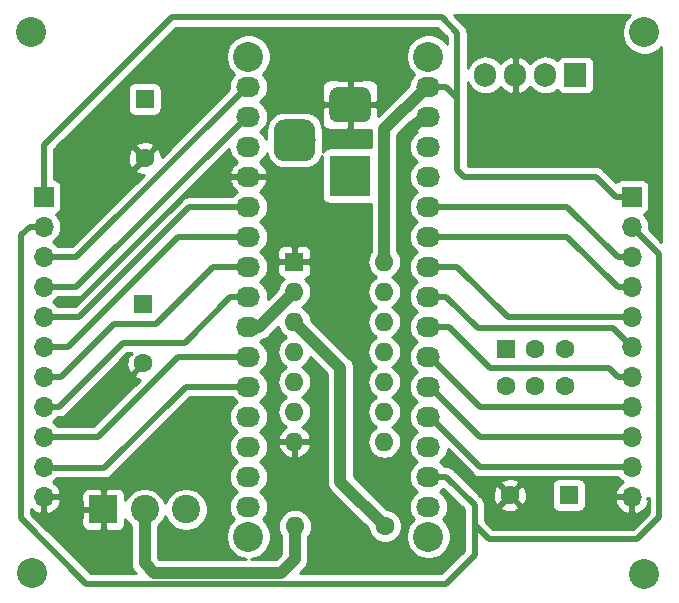
<source format=gbr>
G04 #@! TF.GenerationSoftware,KiCad,Pcbnew,(5.1.4)-1*
G04 #@! TF.CreationDate,2020-01-24T10:01:53+01:00*
G04 #@! TF.ProjectId,PCB_NeoPixel,5043425f-4e65-46f5-9069-78656c2e6b69,rev?*
G04 #@! TF.SameCoordinates,Original*
G04 #@! TF.FileFunction,Copper,L1,Top*
G04 #@! TF.FilePolarity,Positive*
%FSLAX46Y46*%
G04 Gerber Fmt 4.6, Leading zero omitted, Abs format (unit mm)*
G04 Created by KiCad (PCBNEW (5.1.4)-1) date 2020-01-24 10:01:53*
%MOMM*%
%LPD*%
G04 APERTURE LIST*
%ADD10O,1.700000X1.700000*%
%ADD11R,1.700000X1.700000*%
%ADD12O,1.600000X1.600000*%
%ADD13R,1.600000X1.600000*%
%ADD14C,1.600000*%
%ADD15C,2.540000*%
%ADD16O,1.905000X2.000000*%
%ADD17R,1.905000X2.000000*%
%ADD18C,0.100000*%
%ADD19C,3.500000*%
%ADD20C,3.000000*%
%ADD21R,3.500000X3.500000*%
%ADD22C,2.400000*%
%ADD23R,2.400000X2.400000*%
%ADD24O,2.032000X1.727200*%
%ADD25C,0.600000*%
%ADD26C,1.000000*%
%ADD27C,0.500000*%
%ADD28C,0.254000*%
G04 APERTURE END LIST*
D10*
X122123200Y-105968800D03*
X122123200Y-103428800D03*
X122123200Y-100888800D03*
X122123200Y-98348800D03*
X122123200Y-95808800D03*
X122123200Y-93268800D03*
X122123200Y-90728800D03*
X122123200Y-88188800D03*
X122123200Y-85648800D03*
X122123200Y-83108800D03*
D11*
X122123200Y-80568800D03*
D10*
X171907200Y-105968800D03*
X171907200Y-103428800D03*
X171907200Y-100888800D03*
X171907200Y-98348800D03*
X171907200Y-95808800D03*
X171907200Y-93268800D03*
X171907200Y-90728800D03*
X171907200Y-88188800D03*
X171907200Y-85648800D03*
X171907200Y-83108800D03*
D11*
X171907200Y-80568800D03*
D12*
X150952200Y-86067900D03*
X143332200Y-101307900D03*
X150952200Y-88607900D03*
X143332200Y-98767900D03*
X150952200Y-91147900D03*
X143332200Y-96227900D03*
X150952200Y-93687900D03*
X143332200Y-93687900D03*
X150952200Y-96227900D03*
X143332200Y-91147900D03*
X150952200Y-98767900D03*
X143332200Y-88607900D03*
X150952200Y-101307900D03*
D13*
X143332200Y-86067900D03*
D14*
X166228400Y-96621200D03*
X163728400Y-96621200D03*
X161228400Y-96621200D03*
X166228400Y-93421200D03*
X163728400Y-93421200D03*
D13*
X161228400Y-93421200D03*
D15*
X172974000Y-66649600D03*
X121056400Y-66649600D03*
X172974000Y-112471200D03*
X121107200Y-112420400D03*
D16*
X159512000Y-70243700D03*
X162052000Y-70243700D03*
X164592000Y-70243700D03*
D17*
X167132000Y-70243700D03*
D12*
X143383000Y-108445300D03*
D14*
X151003000Y-108445300D03*
D18*
G36*
X144317365Y-74025213D02*
G01*
X144402304Y-74037813D01*
X144485599Y-74058677D01*
X144566448Y-74087605D01*
X144644072Y-74124319D01*
X144717724Y-74168464D01*
X144786694Y-74219616D01*
X144850318Y-74277282D01*
X144907984Y-74340906D01*
X144959136Y-74409876D01*
X145003281Y-74483528D01*
X145039995Y-74561152D01*
X145068923Y-74642001D01*
X145089787Y-74725296D01*
X145102387Y-74810235D01*
X145106600Y-74896000D01*
X145106600Y-76646000D01*
X145102387Y-76731765D01*
X145089787Y-76816704D01*
X145068923Y-76899999D01*
X145039995Y-76980848D01*
X145003281Y-77058472D01*
X144959136Y-77132124D01*
X144907984Y-77201094D01*
X144850318Y-77264718D01*
X144786694Y-77322384D01*
X144717724Y-77373536D01*
X144644072Y-77417681D01*
X144566448Y-77454395D01*
X144485599Y-77483323D01*
X144402304Y-77504187D01*
X144317365Y-77516787D01*
X144231600Y-77521000D01*
X142481600Y-77521000D01*
X142395835Y-77516787D01*
X142310896Y-77504187D01*
X142227601Y-77483323D01*
X142146752Y-77454395D01*
X142069128Y-77417681D01*
X141995476Y-77373536D01*
X141926506Y-77322384D01*
X141862882Y-77264718D01*
X141805216Y-77201094D01*
X141754064Y-77132124D01*
X141709919Y-77058472D01*
X141673205Y-76980848D01*
X141644277Y-76899999D01*
X141623413Y-76816704D01*
X141610813Y-76731765D01*
X141606600Y-76646000D01*
X141606600Y-74896000D01*
X141610813Y-74810235D01*
X141623413Y-74725296D01*
X141644277Y-74642001D01*
X141673205Y-74561152D01*
X141709919Y-74483528D01*
X141754064Y-74409876D01*
X141805216Y-74340906D01*
X141862882Y-74277282D01*
X141926506Y-74219616D01*
X141995476Y-74168464D01*
X142069128Y-74124319D01*
X142146752Y-74087605D01*
X142227601Y-74058677D01*
X142310896Y-74037813D01*
X142395835Y-74025213D01*
X142481600Y-74021000D01*
X144231600Y-74021000D01*
X144317365Y-74025213D01*
X144317365Y-74025213D01*
G37*
D19*
X143356600Y-75771000D03*
D18*
G36*
X149130113Y-71274611D02*
G01*
X149202918Y-71285411D01*
X149274314Y-71303295D01*
X149343613Y-71328090D01*
X149410148Y-71359559D01*
X149473278Y-71397398D01*
X149532395Y-71441242D01*
X149586930Y-71490670D01*
X149636358Y-71545205D01*
X149680202Y-71604322D01*
X149718041Y-71667452D01*
X149749510Y-71733987D01*
X149774305Y-71803286D01*
X149792189Y-71874682D01*
X149802989Y-71947487D01*
X149806600Y-72021000D01*
X149806600Y-73521000D01*
X149802989Y-73594513D01*
X149792189Y-73667318D01*
X149774305Y-73738714D01*
X149749510Y-73808013D01*
X149718041Y-73874548D01*
X149680202Y-73937678D01*
X149636358Y-73996795D01*
X149586930Y-74051330D01*
X149532395Y-74100758D01*
X149473278Y-74144602D01*
X149410148Y-74182441D01*
X149343613Y-74213910D01*
X149274314Y-74238705D01*
X149202918Y-74256589D01*
X149130113Y-74267389D01*
X149056600Y-74271000D01*
X147056600Y-74271000D01*
X146983087Y-74267389D01*
X146910282Y-74256589D01*
X146838886Y-74238705D01*
X146769587Y-74213910D01*
X146703052Y-74182441D01*
X146639922Y-74144602D01*
X146580805Y-74100758D01*
X146526270Y-74051330D01*
X146476842Y-73996795D01*
X146432998Y-73937678D01*
X146395159Y-73874548D01*
X146363690Y-73808013D01*
X146338895Y-73738714D01*
X146321011Y-73667318D01*
X146310211Y-73594513D01*
X146306600Y-73521000D01*
X146306600Y-72021000D01*
X146310211Y-71947487D01*
X146321011Y-71874682D01*
X146338895Y-71803286D01*
X146363690Y-71733987D01*
X146395159Y-71667452D01*
X146432998Y-71604322D01*
X146476842Y-71545205D01*
X146526270Y-71490670D01*
X146580805Y-71441242D01*
X146639922Y-71397398D01*
X146703052Y-71359559D01*
X146769587Y-71328090D01*
X146838886Y-71303295D01*
X146910282Y-71285411D01*
X146983087Y-71274611D01*
X147056600Y-71271000D01*
X149056600Y-71271000D01*
X149130113Y-71274611D01*
X149130113Y-71274611D01*
G37*
D20*
X148056600Y-72771000D03*
D21*
X148056600Y-78771000D03*
D22*
X134152400Y-107035600D03*
X130652400Y-107035600D03*
D23*
X127152400Y-107035600D03*
D13*
X130657600Y-72288400D03*
D14*
X130657600Y-77288400D03*
X161573200Y-105816400D03*
D13*
X166573200Y-105816400D03*
D14*
X130556000Y-94662000D03*
D13*
X130556000Y-89662000D03*
D24*
X139446000Y-71247000D03*
X139446000Y-73787000D03*
X139446000Y-76327000D03*
X139446000Y-78867000D03*
X139446000Y-81407000D03*
X139446000Y-83947000D03*
X139446000Y-86487000D03*
X139446000Y-89027000D03*
X139446000Y-91567000D03*
X139446000Y-94107000D03*
X139446000Y-96647000D03*
X139446000Y-99187000D03*
X139446000Y-101727000D03*
X139446000Y-104267000D03*
X139446000Y-106807000D03*
X154686000Y-71247000D03*
X154686000Y-73787000D03*
X154686000Y-76327000D03*
X154686000Y-78867000D03*
X154686000Y-81407000D03*
X154686000Y-83947000D03*
X154686000Y-86487000D03*
X154686000Y-89027000D03*
X154686000Y-91567000D03*
X154686000Y-94107000D03*
X154686000Y-96647000D03*
X154686000Y-99187000D03*
X154686000Y-101727000D03*
X154686000Y-104267000D03*
X154686000Y-106807000D03*
D15*
X139446000Y-68707000D03*
X139446000Y-109347000D03*
X154686000Y-109347000D03*
X154686000Y-68707000D03*
D25*
X145453100Y-82880200D03*
X164058600Y-74853800D03*
X145262600Y-68389500D03*
D26*
X154686000Y-73787000D02*
X154317700Y-73787000D01*
X154317700Y-73787000D02*
X153327100Y-74777600D01*
X143332200Y-88607900D02*
X140347700Y-91592400D01*
X140347700Y-91592400D02*
X139357100Y-91592400D01*
X154533600Y-71247000D02*
X150926800Y-74853800D01*
X154686000Y-71247000D02*
X154533600Y-71247000D01*
X150926800Y-74853800D02*
X150926800Y-86118700D01*
X130652400Y-111602400D02*
X130652400Y-107035600D01*
X142240000Y-112384790D02*
X131434790Y-112384790D01*
X131434790Y-112384790D02*
X130652400Y-111602400D01*
X143383000Y-108445300D02*
X143383000Y-111241790D01*
X143383000Y-111241790D02*
X142240000Y-112384790D01*
X147243800Y-104686100D02*
X151003000Y-108445300D01*
X147243800Y-97459800D02*
X147243800Y-104686100D01*
X143332200Y-91147900D02*
X147243800Y-95059500D01*
X147243800Y-95059500D02*
X147243800Y-97459800D01*
X159626300Y-70358000D02*
X159512000Y-70243700D01*
D27*
X156202000Y-81407000D02*
X154686000Y-81407000D01*
X166463319Y-81407000D02*
X156202000Y-81407000D01*
X170705119Y-85648800D02*
X166463319Y-81407000D01*
X171907200Y-85648800D02*
X170705119Y-85648800D01*
X156202000Y-83947000D02*
X154686000Y-83947000D01*
X166463319Y-83947000D02*
X156202000Y-83947000D01*
X170705119Y-88188800D02*
X166463319Y-83947000D01*
X171907200Y-88188800D02*
X170705119Y-88188800D01*
X157149800Y-86487000D02*
X154686000Y-86487000D01*
X171907200Y-90728800D02*
X161391600Y-90728800D01*
X161391600Y-90728800D02*
X157149800Y-86487000D01*
X156202000Y-89027000D02*
X158869000Y-91694000D01*
X154686000Y-89027000D02*
X156202000Y-89027000D01*
X170332400Y-91694000D02*
X171907200Y-93268800D01*
X158869000Y-91694000D02*
X170332400Y-91694000D01*
X170705119Y-95808800D02*
X169943119Y-95046800D01*
X171907200Y-95808800D02*
X170705119Y-95808800D01*
X169943119Y-95046800D02*
X159918400Y-95046800D01*
X156438600Y-91567000D02*
X154686000Y-91567000D01*
X159918400Y-95046800D02*
X156438600Y-91567000D01*
X154838400Y-94107000D02*
X154686000Y-94107000D01*
X159080200Y-98348800D02*
X154838400Y-94107000D01*
X171907200Y-98348800D02*
X159080200Y-98348800D01*
X139446000Y-86487000D02*
X136474200Y-86487000D01*
X136474200Y-86487000D02*
X131622800Y-91338400D01*
X131622800Y-91338400D02*
X128066800Y-91338400D01*
X123596400Y-95808800D02*
X122123200Y-95808800D01*
X128066800Y-91338400D02*
X123596400Y-95808800D01*
X170705119Y-100888800D02*
X171907200Y-100888800D01*
X159080200Y-100888800D02*
X170705119Y-100888800D01*
X154838400Y-96647000D02*
X159080200Y-100888800D01*
X154686000Y-96647000D02*
X154838400Y-96647000D01*
X139242800Y-83972400D02*
X139293600Y-83921600D01*
X124155200Y-93268800D02*
X122123200Y-93268800D01*
X139446000Y-83947000D02*
X133477000Y-83947000D01*
X133477000Y-83947000D02*
X124155200Y-93268800D01*
X154838400Y-99187000D02*
X154686000Y-99187000D01*
X159080200Y-103428800D02*
X154838400Y-99187000D01*
X171907200Y-103428800D02*
X159080200Y-103428800D01*
X138785600Y-81432400D02*
X139344400Y-81432400D01*
X139446000Y-81407000D02*
X134442200Y-81407000D01*
X125120400Y-90728800D02*
X122123200Y-90728800D01*
X134442200Y-81407000D02*
X125120400Y-90728800D01*
X123325281Y-88188800D02*
X122123200Y-88188800D01*
X124891800Y-88188800D02*
X123325281Y-88188800D01*
X139293600Y-73787000D02*
X124891800Y-88188800D01*
X139446000Y-73787000D02*
X139293600Y-73787000D01*
X123325281Y-85648800D02*
X122123200Y-85648800D01*
X124891800Y-85648800D02*
X123325281Y-85648800D01*
X139293600Y-71247000D02*
X124891800Y-85648800D01*
X139446000Y-71247000D02*
X139293600Y-71247000D01*
X154838400Y-104267000D02*
X154686000Y-104267000D01*
X158597600Y-106662600D02*
X156202000Y-104267000D01*
X120921119Y-83108800D02*
X120192800Y-83837119D01*
X122123200Y-83108800D02*
X120921119Y-83108800D01*
X156202000Y-104267000D02*
X154686000Y-104267000D01*
X120192800Y-83837119D02*
X120192800Y-107797600D01*
X120192800Y-107797600D02*
X125730000Y-113334800D01*
X125730000Y-113334800D02*
X156159200Y-113334800D01*
X156159200Y-113334800D02*
X158597600Y-110896400D01*
X159816800Y-109575600D02*
X158597600Y-108356400D01*
X158597600Y-108356400D02*
X158597600Y-106662600D01*
X158597600Y-110896400D02*
X158597600Y-108356400D01*
X171907200Y-83108800D02*
X174244000Y-85445600D01*
X174244000Y-85445600D02*
X174244000Y-107696000D01*
X174244000Y-107696000D02*
X172364400Y-109575600D01*
X172364400Y-109575600D02*
X159816800Y-109575600D01*
X122123200Y-76200000D02*
X122123200Y-79218800D01*
X122123200Y-79218800D02*
X122123200Y-80568800D01*
X157124400Y-66700400D02*
X155803600Y-65379600D01*
X155803600Y-65379600D02*
X132943600Y-65379600D01*
X132943600Y-65379600D02*
X122123200Y-76200000D01*
X157124400Y-72169400D02*
X157124400Y-72625600D01*
X156202000Y-71247000D02*
X157124400Y-72169400D01*
X154686000Y-71247000D02*
X156202000Y-71247000D01*
X157124400Y-72625600D02*
X157124400Y-66700400D01*
X170557200Y-80568800D02*
X171907200Y-80568800D01*
X168855400Y-78867000D02*
X170557200Y-80568800D01*
X157667000Y-78867000D02*
X168855400Y-78867000D01*
X157124400Y-72625600D02*
X157124400Y-78324400D01*
X157124400Y-78324400D02*
X157667000Y-78867000D01*
X137930000Y-89027000D02*
X134043800Y-92913200D01*
X139446000Y-89027000D02*
X137930000Y-89027000D01*
X134043800Y-92913200D02*
X128828800Y-92913200D01*
X123393200Y-98348800D02*
X122123200Y-98348800D01*
X128828800Y-92913200D02*
X123393200Y-98348800D01*
X139446000Y-94107000D02*
X133477000Y-94107000D01*
X133477000Y-94107000D02*
X126695200Y-100888800D01*
X126695200Y-100888800D02*
X122072400Y-100888800D01*
X139446000Y-96647000D02*
X134137400Y-96647000D01*
X134137400Y-96647000D02*
X127254000Y-103530400D01*
X127254000Y-103530400D02*
X122123200Y-103530400D01*
D28*
G36*
X138228803Y-97711797D02*
G01*
X138456994Y-97899069D01*
X138490540Y-97917000D01*
X138456994Y-97934931D01*
X138228803Y-98122203D01*
X138041531Y-98350394D01*
X137902375Y-98610736D01*
X137816684Y-98893223D01*
X137787749Y-99187000D01*
X137816684Y-99480777D01*
X137902375Y-99763264D01*
X138041531Y-100023606D01*
X138228803Y-100251797D01*
X138456994Y-100439069D01*
X138490540Y-100457000D01*
X138456994Y-100474931D01*
X138228803Y-100662203D01*
X138041531Y-100890394D01*
X137902375Y-101150736D01*
X137816684Y-101433223D01*
X137787749Y-101727000D01*
X137816684Y-102020777D01*
X137902375Y-102303264D01*
X138041531Y-102563606D01*
X138228803Y-102791797D01*
X138456994Y-102979069D01*
X138490540Y-102997000D01*
X138456994Y-103014931D01*
X138228803Y-103202203D01*
X138041531Y-103430394D01*
X137902375Y-103690736D01*
X137816684Y-103973223D01*
X137787749Y-104267000D01*
X137816684Y-104560777D01*
X137902375Y-104843264D01*
X138041531Y-105103606D01*
X138228803Y-105331797D01*
X138456994Y-105519069D01*
X138490540Y-105537000D01*
X138456994Y-105554931D01*
X138228803Y-105742203D01*
X138041531Y-105970394D01*
X137902375Y-106230736D01*
X137816684Y-106513223D01*
X137787749Y-106807000D01*
X137816684Y-107100777D01*
X137902375Y-107383264D01*
X138041531Y-107643606D01*
X138228048Y-107870876D01*
X137966290Y-108132634D01*
X137757811Y-108444644D01*
X137614209Y-108791332D01*
X137541000Y-109159374D01*
X137541000Y-109534626D01*
X137614209Y-109902668D01*
X137757811Y-110249356D01*
X137966290Y-110561366D01*
X138231634Y-110826710D01*
X138543644Y-111035189D01*
X138890332Y-111178791D01*
X139247264Y-111249790D01*
X131904922Y-111249790D01*
X131787400Y-111132268D01*
X131787400Y-108484153D01*
X131822144Y-108460938D01*
X132077738Y-108205344D01*
X132278556Y-107904799D01*
X132402400Y-107605813D01*
X132526244Y-107904799D01*
X132727062Y-108205344D01*
X132982656Y-108460938D01*
X133283201Y-108661756D01*
X133617150Y-108800082D01*
X133971668Y-108870600D01*
X134333132Y-108870600D01*
X134687650Y-108800082D01*
X135021599Y-108661756D01*
X135322144Y-108460938D01*
X135577738Y-108205344D01*
X135778556Y-107904799D01*
X135916882Y-107570850D01*
X135987400Y-107216332D01*
X135987400Y-106854868D01*
X135916882Y-106500350D01*
X135778556Y-106166401D01*
X135577738Y-105865856D01*
X135322144Y-105610262D01*
X135021599Y-105409444D01*
X134687650Y-105271118D01*
X134333132Y-105200600D01*
X133971668Y-105200600D01*
X133617150Y-105271118D01*
X133283201Y-105409444D01*
X132982656Y-105610262D01*
X132727062Y-105865856D01*
X132526244Y-106166401D01*
X132402400Y-106465387D01*
X132278556Y-106166401D01*
X132077738Y-105865856D01*
X131822144Y-105610262D01*
X131521599Y-105409444D01*
X131187650Y-105271118D01*
X130833132Y-105200600D01*
X130471668Y-105200600D01*
X130117150Y-105271118D01*
X129783201Y-105409444D01*
X129482656Y-105610262D01*
X129227062Y-105865856D01*
X129026244Y-106166401D01*
X128989059Y-106256174D01*
X128990472Y-105835600D01*
X128978212Y-105711118D01*
X128941902Y-105591420D01*
X128882937Y-105481106D01*
X128803585Y-105384415D01*
X128706894Y-105305063D01*
X128596580Y-105246098D01*
X128476882Y-105209788D01*
X128352400Y-105197528D01*
X127438150Y-105200600D01*
X127279400Y-105359350D01*
X127279400Y-106908600D01*
X127299400Y-106908600D01*
X127299400Y-107162600D01*
X127279400Y-107162600D01*
X127279400Y-108711850D01*
X127438150Y-108870600D01*
X128352400Y-108873672D01*
X128476882Y-108861412D01*
X128596580Y-108825102D01*
X128706894Y-108766137D01*
X128803585Y-108686785D01*
X128882937Y-108590094D01*
X128941902Y-108479780D01*
X128978212Y-108360082D01*
X128990472Y-108235600D01*
X128989059Y-107815026D01*
X129026244Y-107904799D01*
X129227062Y-108205344D01*
X129482656Y-108460938D01*
X129517401Y-108484154D01*
X129517400Y-111546648D01*
X129511909Y-111602400D01*
X129517400Y-111658151D01*
X129533823Y-111824898D01*
X129598724Y-112038846D01*
X129704116Y-112236023D01*
X129845951Y-112408849D01*
X129889264Y-112444395D01*
X129894669Y-112449800D01*
X126096579Y-112449800D01*
X121882379Y-108235600D01*
X125314328Y-108235600D01*
X125326588Y-108360082D01*
X125362898Y-108479780D01*
X125421863Y-108590094D01*
X125501215Y-108686785D01*
X125597906Y-108766137D01*
X125708220Y-108825102D01*
X125827918Y-108861412D01*
X125952400Y-108873672D01*
X126866650Y-108870600D01*
X127025400Y-108711850D01*
X127025400Y-107162600D01*
X125476150Y-107162600D01*
X125317400Y-107321350D01*
X125314328Y-108235600D01*
X121882379Y-108235600D01*
X121077800Y-107431022D01*
X121077800Y-107016110D01*
X121241845Y-107163978D01*
X121491948Y-107312957D01*
X121766309Y-107410281D01*
X121996200Y-107289614D01*
X121996200Y-106095800D01*
X122250200Y-106095800D01*
X122250200Y-107289614D01*
X122480091Y-107410281D01*
X122754452Y-107312957D01*
X123004555Y-107163978D01*
X123220788Y-106969069D01*
X123394841Y-106735720D01*
X123520025Y-106472899D01*
X123564676Y-106325690D01*
X123443355Y-106095800D01*
X122250200Y-106095800D01*
X121996200Y-106095800D01*
X121976200Y-106095800D01*
X121976200Y-105841800D01*
X121996200Y-105841800D01*
X121996200Y-105821800D01*
X122250200Y-105821800D01*
X122250200Y-105841800D01*
X123443355Y-105841800D01*
X123446626Y-105835600D01*
X125314328Y-105835600D01*
X125317400Y-106749850D01*
X125476150Y-106908600D01*
X127025400Y-106908600D01*
X127025400Y-105359350D01*
X126866650Y-105200600D01*
X125952400Y-105197528D01*
X125827918Y-105209788D01*
X125708220Y-105246098D01*
X125597906Y-105305063D01*
X125501215Y-105384415D01*
X125421863Y-105481106D01*
X125362898Y-105591420D01*
X125326588Y-105711118D01*
X125314328Y-105835600D01*
X123446626Y-105835600D01*
X123564676Y-105611910D01*
X123520025Y-105464701D01*
X123394841Y-105201880D01*
X123220788Y-104968531D01*
X123004555Y-104773622D01*
X122887677Y-104704001D01*
X122952214Y-104669506D01*
X123178334Y-104483934D01*
X123234578Y-104415400D01*
X127210531Y-104415400D01*
X127254000Y-104419681D01*
X127297469Y-104415400D01*
X127297477Y-104415400D01*
X127427490Y-104402595D01*
X127594313Y-104351989D01*
X127748059Y-104269811D01*
X127882817Y-104159217D01*
X127910534Y-104125444D01*
X134503979Y-97532000D01*
X138081247Y-97532000D01*
X138228803Y-97711797D01*
X138228803Y-97711797D01*
G37*
X138228803Y-97711797D02*
X138456994Y-97899069D01*
X138490540Y-97917000D01*
X138456994Y-97934931D01*
X138228803Y-98122203D01*
X138041531Y-98350394D01*
X137902375Y-98610736D01*
X137816684Y-98893223D01*
X137787749Y-99187000D01*
X137816684Y-99480777D01*
X137902375Y-99763264D01*
X138041531Y-100023606D01*
X138228803Y-100251797D01*
X138456994Y-100439069D01*
X138490540Y-100457000D01*
X138456994Y-100474931D01*
X138228803Y-100662203D01*
X138041531Y-100890394D01*
X137902375Y-101150736D01*
X137816684Y-101433223D01*
X137787749Y-101727000D01*
X137816684Y-102020777D01*
X137902375Y-102303264D01*
X138041531Y-102563606D01*
X138228803Y-102791797D01*
X138456994Y-102979069D01*
X138490540Y-102997000D01*
X138456994Y-103014931D01*
X138228803Y-103202203D01*
X138041531Y-103430394D01*
X137902375Y-103690736D01*
X137816684Y-103973223D01*
X137787749Y-104267000D01*
X137816684Y-104560777D01*
X137902375Y-104843264D01*
X138041531Y-105103606D01*
X138228803Y-105331797D01*
X138456994Y-105519069D01*
X138490540Y-105537000D01*
X138456994Y-105554931D01*
X138228803Y-105742203D01*
X138041531Y-105970394D01*
X137902375Y-106230736D01*
X137816684Y-106513223D01*
X137787749Y-106807000D01*
X137816684Y-107100777D01*
X137902375Y-107383264D01*
X138041531Y-107643606D01*
X138228048Y-107870876D01*
X137966290Y-108132634D01*
X137757811Y-108444644D01*
X137614209Y-108791332D01*
X137541000Y-109159374D01*
X137541000Y-109534626D01*
X137614209Y-109902668D01*
X137757811Y-110249356D01*
X137966290Y-110561366D01*
X138231634Y-110826710D01*
X138543644Y-111035189D01*
X138890332Y-111178791D01*
X139247264Y-111249790D01*
X131904922Y-111249790D01*
X131787400Y-111132268D01*
X131787400Y-108484153D01*
X131822144Y-108460938D01*
X132077738Y-108205344D01*
X132278556Y-107904799D01*
X132402400Y-107605813D01*
X132526244Y-107904799D01*
X132727062Y-108205344D01*
X132982656Y-108460938D01*
X133283201Y-108661756D01*
X133617150Y-108800082D01*
X133971668Y-108870600D01*
X134333132Y-108870600D01*
X134687650Y-108800082D01*
X135021599Y-108661756D01*
X135322144Y-108460938D01*
X135577738Y-108205344D01*
X135778556Y-107904799D01*
X135916882Y-107570850D01*
X135987400Y-107216332D01*
X135987400Y-106854868D01*
X135916882Y-106500350D01*
X135778556Y-106166401D01*
X135577738Y-105865856D01*
X135322144Y-105610262D01*
X135021599Y-105409444D01*
X134687650Y-105271118D01*
X134333132Y-105200600D01*
X133971668Y-105200600D01*
X133617150Y-105271118D01*
X133283201Y-105409444D01*
X132982656Y-105610262D01*
X132727062Y-105865856D01*
X132526244Y-106166401D01*
X132402400Y-106465387D01*
X132278556Y-106166401D01*
X132077738Y-105865856D01*
X131822144Y-105610262D01*
X131521599Y-105409444D01*
X131187650Y-105271118D01*
X130833132Y-105200600D01*
X130471668Y-105200600D01*
X130117150Y-105271118D01*
X129783201Y-105409444D01*
X129482656Y-105610262D01*
X129227062Y-105865856D01*
X129026244Y-106166401D01*
X128989059Y-106256174D01*
X128990472Y-105835600D01*
X128978212Y-105711118D01*
X128941902Y-105591420D01*
X128882937Y-105481106D01*
X128803585Y-105384415D01*
X128706894Y-105305063D01*
X128596580Y-105246098D01*
X128476882Y-105209788D01*
X128352400Y-105197528D01*
X127438150Y-105200600D01*
X127279400Y-105359350D01*
X127279400Y-106908600D01*
X127299400Y-106908600D01*
X127299400Y-107162600D01*
X127279400Y-107162600D01*
X127279400Y-108711850D01*
X127438150Y-108870600D01*
X128352400Y-108873672D01*
X128476882Y-108861412D01*
X128596580Y-108825102D01*
X128706894Y-108766137D01*
X128803585Y-108686785D01*
X128882937Y-108590094D01*
X128941902Y-108479780D01*
X128978212Y-108360082D01*
X128990472Y-108235600D01*
X128989059Y-107815026D01*
X129026244Y-107904799D01*
X129227062Y-108205344D01*
X129482656Y-108460938D01*
X129517401Y-108484154D01*
X129517400Y-111546648D01*
X129511909Y-111602400D01*
X129517400Y-111658151D01*
X129533823Y-111824898D01*
X129598724Y-112038846D01*
X129704116Y-112236023D01*
X129845951Y-112408849D01*
X129889264Y-112444395D01*
X129894669Y-112449800D01*
X126096579Y-112449800D01*
X121882379Y-108235600D01*
X125314328Y-108235600D01*
X125326588Y-108360082D01*
X125362898Y-108479780D01*
X125421863Y-108590094D01*
X125501215Y-108686785D01*
X125597906Y-108766137D01*
X125708220Y-108825102D01*
X125827918Y-108861412D01*
X125952400Y-108873672D01*
X126866650Y-108870600D01*
X127025400Y-108711850D01*
X127025400Y-107162600D01*
X125476150Y-107162600D01*
X125317400Y-107321350D01*
X125314328Y-108235600D01*
X121882379Y-108235600D01*
X121077800Y-107431022D01*
X121077800Y-107016110D01*
X121241845Y-107163978D01*
X121491948Y-107312957D01*
X121766309Y-107410281D01*
X121996200Y-107289614D01*
X121996200Y-106095800D01*
X122250200Y-106095800D01*
X122250200Y-107289614D01*
X122480091Y-107410281D01*
X122754452Y-107312957D01*
X123004555Y-107163978D01*
X123220788Y-106969069D01*
X123394841Y-106735720D01*
X123520025Y-106472899D01*
X123564676Y-106325690D01*
X123443355Y-106095800D01*
X122250200Y-106095800D01*
X121996200Y-106095800D01*
X121976200Y-106095800D01*
X121976200Y-105841800D01*
X121996200Y-105841800D01*
X121996200Y-105821800D01*
X122250200Y-105821800D01*
X122250200Y-105841800D01*
X123443355Y-105841800D01*
X123446626Y-105835600D01*
X125314328Y-105835600D01*
X125317400Y-106749850D01*
X125476150Y-106908600D01*
X127025400Y-106908600D01*
X127025400Y-105359350D01*
X126866650Y-105200600D01*
X125952400Y-105197528D01*
X125827918Y-105209788D01*
X125708220Y-105246098D01*
X125597906Y-105305063D01*
X125501215Y-105384415D01*
X125421863Y-105481106D01*
X125362898Y-105591420D01*
X125326588Y-105711118D01*
X125314328Y-105835600D01*
X123446626Y-105835600D01*
X123564676Y-105611910D01*
X123520025Y-105464701D01*
X123394841Y-105201880D01*
X123220788Y-104968531D01*
X123004555Y-104773622D01*
X122887677Y-104704001D01*
X122952214Y-104669506D01*
X123178334Y-104483934D01*
X123234578Y-104415400D01*
X127210531Y-104415400D01*
X127254000Y-104419681D01*
X127297469Y-104415400D01*
X127297477Y-104415400D01*
X127427490Y-104402595D01*
X127594313Y-104351989D01*
X127748059Y-104269811D01*
X127882817Y-104159217D01*
X127910534Y-104125444D01*
X134503979Y-97532000D01*
X138081247Y-97532000D01*
X138228803Y-97711797D01*
G36*
X153182314Y-74437919D02*
G01*
X153335267Y-74689035D01*
X153534271Y-74905486D01*
X153736947Y-75053576D01*
X153696994Y-75074931D01*
X153468803Y-75262203D01*
X153281531Y-75490394D01*
X153142375Y-75750736D01*
X153056684Y-76033223D01*
X153027749Y-76327000D01*
X153056684Y-76620777D01*
X153142375Y-76903264D01*
X153281531Y-77163606D01*
X153468803Y-77391797D01*
X153696994Y-77579069D01*
X153730540Y-77597000D01*
X153696994Y-77614931D01*
X153468803Y-77802203D01*
X153281531Y-78030394D01*
X153142375Y-78290736D01*
X153056684Y-78573223D01*
X153027749Y-78867000D01*
X153056684Y-79160777D01*
X153142375Y-79443264D01*
X153281531Y-79703606D01*
X153468803Y-79931797D01*
X153696994Y-80119069D01*
X153730540Y-80137000D01*
X153696994Y-80154931D01*
X153468803Y-80342203D01*
X153281531Y-80570394D01*
X153142375Y-80830736D01*
X153056684Y-81113223D01*
X153027749Y-81407000D01*
X153056684Y-81700777D01*
X153142375Y-81983264D01*
X153281531Y-82243606D01*
X153468803Y-82471797D01*
X153696994Y-82659069D01*
X153730540Y-82677000D01*
X153696994Y-82694931D01*
X153468803Y-82882203D01*
X153281531Y-83110394D01*
X153142375Y-83370736D01*
X153056684Y-83653223D01*
X153027749Y-83947000D01*
X153056684Y-84240777D01*
X153142375Y-84523264D01*
X153281531Y-84783606D01*
X153468803Y-85011797D01*
X153696994Y-85199069D01*
X153730540Y-85217000D01*
X153696994Y-85234931D01*
X153468803Y-85422203D01*
X153281531Y-85650394D01*
X153142375Y-85910736D01*
X153056684Y-86193223D01*
X153027749Y-86487000D01*
X153056684Y-86780777D01*
X153142375Y-87063264D01*
X153281531Y-87323606D01*
X153468803Y-87551797D01*
X153696994Y-87739069D01*
X153730540Y-87757000D01*
X153696994Y-87774931D01*
X153468803Y-87962203D01*
X153281531Y-88190394D01*
X153142375Y-88450736D01*
X153056684Y-88733223D01*
X153027749Y-89027000D01*
X153056684Y-89320777D01*
X153142375Y-89603264D01*
X153281531Y-89863606D01*
X153468803Y-90091797D01*
X153696994Y-90279069D01*
X153730540Y-90297000D01*
X153696994Y-90314931D01*
X153468803Y-90502203D01*
X153281531Y-90730394D01*
X153142375Y-90990736D01*
X153056684Y-91273223D01*
X153027749Y-91567000D01*
X153056684Y-91860777D01*
X153142375Y-92143264D01*
X153281531Y-92403606D01*
X153468803Y-92631797D01*
X153696994Y-92819069D01*
X153730540Y-92837000D01*
X153696994Y-92854931D01*
X153468803Y-93042203D01*
X153281531Y-93270394D01*
X153142375Y-93530736D01*
X153056684Y-93813223D01*
X153027749Y-94107000D01*
X153056684Y-94400777D01*
X153142375Y-94683264D01*
X153281531Y-94943606D01*
X153468803Y-95171797D01*
X153696994Y-95359069D01*
X153730540Y-95377000D01*
X153696994Y-95394931D01*
X153468803Y-95582203D01*
X153281531Y-95810394D01*
X153142375Y-96070736D01*
X153056684Y-96353223D01*
X153027749Y-96647000D01*
X153056684Y-96940777D01*
X153142375Y-97223264D01*
X153281531Y-97483606D01*
X153468803Y-97711797D01*
X153696994Y-97899069D01*
X153730540Y-97917000D01*
X153696994Y-97934931D01*
X153468803Y-98122203D01*
X153281531Y-98350394D01*
X153142375Y-98610736D01*
X153056684Y-98893223D01*
X153027749Y-99187000D01*
X153056684Y-99480777D01*
X153142375Y-99763264D01*
X153281531Y-100023606D01*
X153468803Y-100251797D01*
X153696994Y-100439069D01*
X153730540Y-100457000D01*
X153696994Y-100474931D01*
X153468803Y-100662203D01*
X153281531Y-100890394D01*
X153142375Y-101150736D01*
X153056684Y-101433223D01*
X153027749Y-101727000D01*
X153056684Y-102020777D01*
X153142375Y-102303264D01*
X153281531Y-102563606D01*
X153468803Y-102791797D01*
X153696994Y-102979069D01*
X153730540Y-102997000D01*
X153696994Y-103014931D01*
X153468803Y-103202203D01*
X153281531Y-103430394D01*
X153142375Y-103690736D01*
X153056684Y-103973223D01*
X153027749Y-104267000D01*
X153056684Y-104560777D01*
X153142375Y-104843264D01*
X153281531Y-105103606D01*
X153468803Y-105331797D01*
X153696994Y-105519069D01*
X153730540Y-105537000D01*
X153696994Y-105554931D01*
X153468803Y-105742203D01*
X153281531Y-105970394D01*
X153142375Y-106230736D01*
X153056684Y-106513223D01*
X153027749Y-106807000D01*
X153056684Y-107100777D01*
X153142375Y-107383264D01*
X153281531Y-107643606D01*
X153468048Y-107870876D01*
X153206290Y-108132634D01*
X152997811Y-108444644D01*
X152854209Y-108791332D01*
X152781000Y-109159374D01*
X152781000Y-109534626D01*
X152854209Y-109902668D01*
X152997811Y-110249356D01*
X153206290Y-110561366D01*
X153471634Y-110826710D01*
X153783644Y-111035189D01*
X154130332Y-111178791D01*
X154498374Y-111252000D01*
X154873626Y-111252000D01*
X155241668Y-111178791D01*
X155588356Y-111035189D01*
X155900366Y-110826710D01*
X156165710Y-110561366D01*
X156374189Y-110249356D01*
X156517791Y-109902668D01*
X156591000Y-109534626D01*
X156591000Y-109159374D01*
X156517791Y-108791332D01*
X156374189Y-108444644D01*
X156165710Y-108132634D01*
X155903952Y-107870876D01*
X156090469Y-107643606D01*
X156229625Y-107383264D01*
X156315316Y-107100777D01*
X156344251Y-106807000D01*
X156315316Y-106513223D01*
X156229625Y-106230736D01*
X156090469Y-105970394D01*
X155903197Y-105742203D01*
X155675006Y-105554931D01*
X155641460Y-105537000D01*
X155675006Y-105519069D01*
X155903197Y-105331797D01*
X155953691Y-105270270D01*
X157712601Y-107029180D01*
X157712600Y-108312931D01*
X157708319Y-108356400D01*
X157712600Y-108399869D01*
X157712600Y-108399876D01*
X157712601Y-108399886D01*
X157712600Y-110529821D01*
X155792622Y-112449800D01*
X143780122Y-112449800D01*
X144146140Y-112083782D01*
X144189449Y-112048239D01*
X144331284Y-111875413D01*
X144436676Y-111678237D01*
X144501577Y-111464289D01*
X144509888Y-111379902D01*
X144523491Y-111241791D01*
X144518000Y-111186039D01*
X144518000Y-109324302D01*
X144581932Y-109246401D01*
X144715182Y-108997108D01*
X144797236Y-108726609D01*
X144824943Y-108445300D01*
X144797236Y-108163991D01*
X144715182Y-107893492D01*
X144581932Y-107644199D01*
X144402608Y-107425692D01*
X144184101Y-107246368D01*
X143934808Y-107113118D01*
X143664309Y-107031064D01*
X143453492Y-107010300D01*
X143312508Y-107010300D01*
X143101691Y-107031064D01*
X142831192Y-107113118D01*
X142581899Y-107246368D01*
X142363392Y-107425692D01*
X142184068Y-107644199D01*
X142050818Y-107893492D01*
X141968764Y-108163991D01*
X141941057Y-108445300D01*
X141968764Y-108726609D01*
X142050818Y-108997108D01*
X142184068Y-109246401D01*
X142248000Y-109324303D01*
X142248001Y-110771657D01*
X141769869Y-111249790D01*
X139644736Y-111249790D01*
X140001668Y-111178791D01*
X140348356Y-111035189D01*
X140660366Y-110826710D01*
X140925710Y-110561366D01*
X141134189Y-110249356D01*
X141277791Y-109902668D01*
X141351000Y-109534626D01*
X141351000Y-109159374D01*
X141277791Y-108791332D01*
X141134189Y-108444644D01*
X140925710Y-108132634D01*
X140663952Y-107870876D01*
X140850469Y-107643606D01*
X140989625Y-107383264D01*
X141075316Y-107100777D01*
X141104251Y-106807000D01*
X141075316Y-106513223D01*
X140989625Y-106230736D01*
X140850469Y-105970394D01*
X140663197Y-105742203D01*
X140435006Y-105554931D01*
X140401460Y-105537000D01*
X140435006Y-105519069D01*
X140663197Y-105331797D01*
X140850469Y-105103606D01*
X140989625Y-104843264D01*
X141075316Y-104560777D01*
X141104251Y-104267000D01*
X141075316Y-103973223D01*
X140989625Y-103690736D01*
X140850469Y-103430394D01*
X140663197Y-103202203D01*
X140435006Y-103014931D01*
X140401460Y-102997000D01*
X140435006Y-102979069D01*
X140663197Y-102791797D01*
X140850469Y-102563606D01*
X140989625Y-102303264D01*
X141075316Y-102020777D01*
X141104251Y-101727000D01*
X141097351Y-101656939D01*
X141940296Y-101656939D01*
X141980954Y-101790987D01*
X142101163Y-102045320D01*
X142268681Y-102271314D01*
X142477069Y-102460285D01*
X142718319Y-102604970D01*
X142983160Y-102699809D01*
X143205200Y-102578524D01*
X143205200Y-101434900D01*
X143459200Y-101434900D01*
X143459200Y-102578524D01*
X143681240Y-102699809D01*
X143946081Y-102604970D01*
X144187331Y-102460285D01*
X144395719Y-102271314D01*
X144563237Y-102045320D01*
X144683446Y-101790987D01*
X144724104Y-101656939D01*
X144602115Y-101434900D01*
X143459200Y-101434900D01*
X143205200Y-101434900D01*
X142062285Y-101434900D01*
X141940296Y-101656939D01*
X141097351Y-101656939D01*
X141075316Y-101433223D01*
X140989625Y-101150736D01*
X140850469Y-100890394D01*
X140663197Y-100662203D01*
X140435006Y-100474931D01*
X140401460Y-100457000D01*
X140435006Y-100439069D01*
X140663197Y-100251797D01*
X140850469Y-100023606D01*
X140989625Y-99763264D01*
X141075316Y-99480777D01*
X141104251Y-99187000D01*
X141075316Y-98893223D01*
X140989625Y-98610736D01*
X140850469Y-98350394D01*
X140663197Y-98122203D01*
X140435006Y-97934931D01*
X140401460Y-97917000D01*
X140435006Y-97899069D01*
X140663197Y-97711797D01*
X140850469Y-97483606D01*
X140989625Y-97223264D01*
X141075316Y-96940777D01*
X141104251Y-96647000D01*
X141075316Y-96353223D01*
X140989625Y-96070736D01*
X140850469Y-95810394D01*
X140663197Y-95582203D01*
X140435006Y-95394931D01*
X140401460Y-95377000D01*
X140435006Y-95359069D01*
X140663197Y-95171797D01*
X140850469Y-94943606D01*
X140989625Y-94683264D01*
X141075316Y-94400777D01*
X141104251Y-94107000D01*
X141075316Y-93813223D01*
X140989625Y-93530736D01*
X140850469Y-93270394D01*
X140663197Y-93042203D01*
X140435006Y-92854931D01*
X140401460Y-92837000D01*
X140435006Y-92819069D01*
X140566241Y-92711367D01*
X140570199Y-92710977D01*
X140784147Y-92646076D01*
X140981323Y-92540684D01*
X141154149Y-92398849D01*
X141189696Y-92355535D01*
X141964061Y-91581171D01*
X142000018Y-91699708D01*
X142133268Y-91949001D01*
X142312592Y-92167508D01*
X142531099Y-92346832D01*
X142664058Y-92417900D01*
X142531099Y-92488968D01*
X142312592Y-92668292D01*
X142133268Y-92886799D01*
X142000018Y-93136092D01*
X141917964Y-93406591D01*
X141890257Y-93687900D01*
X141917964Y-93969209D01*
X142000018Y-94239708D01*
X142133268Y-94489001D01*
X142312592Y-94707508D01*
X142531099Y-94886832D01*
X142664058Y-94957900D01*
X142531099Y-95028968D01*
X142312592Y-95208292D01*
X142133268Y-95426799D01*
X142000018Y-95676092D01*
X141917964Y-95946591D01*
X141890257Y-96227900D01*
X141917964Y-96509209D01*
X142000018Y-96779708D01*
X142133268Y-97029001D01*
X142312592Y-97247508D01*
X142531099Y-97426832D01*
X142664058Y-97497900D01*
X142531099Y-97568968D01*
X142312592Y-97748292D01*
X142133268Y-97966799D01*
X142000018Y-98216092D01*
X141917964Y-98486591D01*
X141890257Y-98767900D01*
X141917964Y-99049209D01*
X142000018Y-99319708D01*
X142133268Y-99569001D01*
X142312592Y-99787508D01*
X142531099Y-99966832D01*
X142668882Y-100040479D01*
X142477069Y-100155515D01*
X142268681Y-100344486D01*
X142101163Y-100570480D01*
X141980954Y-100824813D01*
X141940296Y-100958861D01*
X142062285Y-101180900D01*
X143205200Y-101180900D01*
X143205200Y-101160900D01*
X143459200Y-101160900D01*
X143459200Y-101180900D01*
X144602115Y-101180900D01*
X144724104Y-100958861D01*
X144683446Y-100824813D01*
X144563237Y-100570480D01*
X144395719Y-100344486D01*
X144187331Y-100155515D01*
X143995518Y-100040479D01*
X144133301Y-99966832D01*
X144351808Y-99787508D01*
X144531132Y-99569001D01*
X144664382Y-99319708D01*
X144746436Y-99049209D01*
X144774143Y-98767900D01*
X144746436Y-98486591D01*
X144664382Y-98216092D01*
X144531132Y-97966799D01*
X144351808Y-97748292D01*
X144133301Y-97568968D01*
X144000342Y-97497900D01*
X144133301Y-97426832D01*
X144351808Y-97247508D01*
X144531132Y-97029001D01*
X144664382Y-96779708D01*
X144746436Y-96509209D01*
X144774143Y-96227900D01*
X144746436Y-95946591D01*
X144664382Y-95676092D01*
X144531132Y-95426799D01*
X144351808Y-95208292D01*
X144133301Y-95028968D01*
X144000342Y-94957900D01*
X144133301Y-94886832D01*
X144351808Y-94707508D01*
X144531132Y-94489001D01*
X144664382Y-94239708D01*
X144700339Y-94121171D01*
X146108800Y-95529632D01*
X146108801Y-97404039D01*
X146108800Y-97404049D01*
X146108801Y-104630339D01*
X146103309Y-104686100D01*
X146125223Y-104908598D01*
X146190124Y-105122546D01*
X146190125Y-105122547D01*
X146295517Y-105319723D01*
X146437352Y-105492549D01*
X146480660Y-105528091D01*
X149575151Y-108622583D01*
X149623147Y-108863874D01*
X149731320Y-109125027D01*
X149888363Y-109360059D01*
X150088241Y-109559937D01*
X150323273Y-109716980D01*
X150584426Y-109825153D01*
X150861665Y-109880300D01*
X151144335Y-109880300D01*
X151421574Y-109825153D01*
X151682727Y-109716980D01*
X151917759Y-109559937D01*
X152117637Y-109360059D01*
X152274680Y-109125027D01*
X152382853Y-108863874D01*
X152438000Y-108586635D01*
X152438000Y-108303965D01*
X152382853Y-108026726D01*
X152274680Y-107765573D01*
X152117637Y-107530541D01*
X151917759Y-107330663D01*
X151682727Y-107173620D01*
X151421574Y-107065447D01*
X151180283Y-107017451D01*
X148378800Y-104215969D01*
X148378800Y-95115252D01*
X148384291Y-95059500D01*
X148362377Y-94837001D01*
X148297476Y-94623053D01*
X148192084Y-94425877D01*
X148108311Y-94323800D01*
X148050249Y-94253051D01*
X148006941Y-94217509D01*
X144756314Y-90966883D01*
X144746436Y-90866591D01*
X144664382Y-90596092D01*
X144531132Y-90346799D01*
X144351808Y-90128292D01*
X144133301Y-89948968D01*
X144000342Y-89877900D01*
X144133301Y-89806832D01*
X144351808Y-89627508D01*
X144531132Y-89409001D01*
X144664382Y-89159708D01*
X144746436Y-88889209D01*
X144774143Y-88607900D01*
X144746436Y-88326591D01*
X144664382Y-88056092D01*
X144531132Y-87806799D01*
X144351808Y-87588292D01*
X144238718Y-87495481D01*
X144256682Y-87493712D01*
X144376380Y-87457402D01*
X144486694Y-87398437D01*
X144583385Y-87319085D01*
X144662737Y-87222394D01*
X144721702Y-87112080D01*
X144758012Y-86992382D01*
X144770272Y-86867900D01*
X144767200Y-86353650D01*
X144608450Y-86194900D01*
X143459200Y-86194900D01*
X143459200Y-86214900D01*
X143205200Y-86214900D01*
X143205200Y-86194900D01*
X142055950Y-86194900D01*
X141897200Y-86353650D01*
X141894128Y-86867900D01*
X141906388Y-86992382D01*
X141942698Y-87112080D01*
X142001663Y-87222394D01*
X142081015Y-87319085D01*
X142177706Y-87398437D01*
X142288020Y-87457402D01*
X142407718Y-87493712D01*
X142425682Y-87495481D01*
X142312592Y-87588292D01*
X142133268Y-87806799D01*
X142000018Y-88056092D01*
X141917964Y-88326591D01*
X141908086Y-88426882D01*
X141081994Y-89252974D01*
X141104251Y-89027000D01*
X141075316Y-88733223D01*
X140989625Y-88450736D01*
X140850469Y-88190394D01*
X140663197Y-87962203D01*
X140435006Y-87774931D01*
X140401460Y-87757000D01*
X140435006Y-87739069D01*
X140663197Y-87551797D01*
X140850469Y-87323606D01*
X140989625Y-87063264D01*
X141075316Y-86780777D01*
X141104251Y-86487000D01*
X141075316Y-86193223D01*
X140989625Y-85910736D01*
X140850469Y-85650394D01*
X140663197Y-85422203D01*
X140475179Y-85267900D01*
X141894128Y-85267900D01*
X141897200Y-85782150D01*
X142055950Y-85940900D01*
X143205200Y-85940900D01*
X143205200Y-84791650D01*
X143459200Y-84791650D01*
X143459200Y-85940900D01*
X144608450Y-85940900D01*
X144767200Y-85782150D01*
X144770272Y-85267900D01*
X144758012Y-85143418D01*
X144721702Y-85023720D01*
X144662737Y-84913406D01*
X144583385Y-84816715D01*
X144486694Y-84737363D01*
X144376380Y-84678398D01*
X144256682Y-84642088D01*
X144132200Y-84629828D01*
X143617950Y-84632900D01*
X143459200Y-84791650D01*
X143205200Y-84791650D01*
X143046450Y-84632900D01*
X142532200Y-84629828D01*
X142407718Y-84642088D01*
X142288020Y-84678398D01*
X142177706Y-84737363D01*
X142081015Y-84816715D01*
X142001663Y-84913406D01*
X141942698Y-85023720D01*
X141906388Y-85143418D01*
X141894128Y-85267900D01*
X140475179Y-85267900D01*
X140435006Y-85234931D01*
X140401460Y-85217000D01*
X140435006Y-85199069D01*
X140663197Y-85011797D01*
X140850469Y-84783606D01*
X140989625Y-84523264D01*
X141075316Y-84240777D01*
X141104251Y-83947000D01*
X141075316Y-83653223D01*
X140989625Y-83370736D01*
X140850469Y-83110394D01*
X140663197Y-82882203D01*
X140435006Y-82694931D01*
X140401460Y-82677000D01*
X140435006Y-82659069D01*
X140663197Y-82471797D01*
X140850469Y-82243606D01*
X140989625Y-81983264D01*
X141075316Y-81700777D01*
X141104251Y-81407000D01*
X141075316Y-81113223D01*
X140989625Y-80830736D01*
X140850469Y-80570394D01*
X140663197Y-80342203D01*
X140435006Y-80154931D01*
X140395053Y-80133576D01*
X140597729Y-79985486D01*
X140796733Y-79769035D01*
X140949686Y-79517919D01*
X141050709Y-79241789D01*
X141053358Y-79226026D01*
X140932217Y-78994000D01*
X139573000Y-78994000D01*
X139573000Y-79014000D01*
X139319000Y-79014000D01*
X139319000Y-78994000D01*
X137959783Y-78994000D01*
X137838642Y-79226026D01*
X137841291Y-79241789D01*
X137942314Y-79517919D01*
X138095267Y-79769035D01*
X138294271Y-79985486D01*
X138496947Y-80133576D01*
X138456994Y-80154931D01*
X138228803Y-80342203D01*
X138081247Y-80522000D01*
X134485669Y-80522000D01*
X134442200Y-80517719D01*
X134398731Y-80522000D01*
X134398723Y-80522000D01*
X134283506Y-80533348D01*
X134268709Y-80534805D01*
X134218103Y-80550157D01*
X134101887Y-80585411D01*
X133948141Y-80667589D01*
X133948139Y-80667590D01*
X133948140Y-80667590D01*
X133847153Y-80750468D01*
X133847151Y-80750470D01*
X133813383Y-80778183D01*
X133785670Y-80811951D01*
X124753822Y-89843800D01*
X123317959Y-89843800D01*
X123178334Y-89673666D01*
X122952214Y-89488094D01*
X122897409Y-89458800D01*
X122952214Y-89429506D01*
X123178334Y-89243934D01*
X123317959Y-89073800D01*
X124848331Y-89073800D01*
X124891800Y-89078081D01*
X124935269Y-89073800D01*
X124935277Y-89073800D01*
X125065290Y-89060995D01*
X125232113Y-89010389D01*
X125385859Y-88928211D01*
X125520617Y-88817617D01*
X125548334Y-88783844D01*
X137807244Y-76524935D01*
X137816684Y-76620777D01*
X137902375Y-76903264D01*
X138041531Y-77163606D01*
X138228803Y-77391797D01*
X138456994Y-77579069D01*
X138496947Y-77600424D01*
X138294271Y-77748514D01*
X138095267Y-77964965D01*
X137942314Y-78216081D01*
X137841291Y-78492211D01*
X137838642Y-78507974D01*
X137959783Y-78740000D01*
X139319000Y-78740000D01*
X139319000Y-78720000D01*
X139573000Y-78720000D01*
X139573000Y-78740000D01*
X140932217Y-78740000D01*
X141053358Y-78507974D01*
X141050709Y-78492211D01*
X140949686Y-78216081D01*
X140796733Y-77964965D01*
X140597729Y-77748514D01*
X140395053Y-77600424D01*
X140435006Y-77579069D01*
X140663197Y-77391797D01*
X140850469Y-77163606D01*
X140989625Y-76903264D01*
X140992827Y-76892710D01*
X140997601Y-76941186D01*
X141083704Y-77225028D01*
X141223527Y-77486618D01*
X141411697Y-77715903D01*
X141640982Y-77904073D01*
X141902572Y-78043896D01*
X142186414Y-78129999D01*
X142481600Y-78159072D01*
X144231600Y-78159072D01*
X144526786Y-78129999D01*
X144810628Y-78043896D01*
X145072218Y-77904073D01*
X145301503Y-77715903D01*
X145489673Y-77486618D01*
X145629496Y-77225028D01*
X145668528Y-77096357D01*
X145668528Y-80521000D01*
X145680788Y-80645482D01*
X145717098Y-80765180D01*
X145776063Y-80875494D01*
X145855415Y-80972185D01*
X145952106Y-81051537D01*
X146062420Y-81110502D01*
X146182118Y-81146812D01*
X146306600Y-81159072D01*
X149791801Y-81159072D01*
X149791801Y-85219846D01*
X149753268Y-85266799D01*
X149620018Y-85516092D01*
X149537964Y-85786591D01*
X149510257Y-86067900D01*
X149537964Y-86349209D01*
X149620018Y-86619708D01*
X149753268Y-86869001D01*
X149932592Y-87087508D01*
X150151099Y-87266832D01*
X150284058Y-87337900D01*
X150151099Y-87408968D01*
X149932592Y-87588292D01*
X149753268Y-87806799D01*
X149620018Y-88056092D01*
X149537964Y-88326591D01*
X149510257Y-88607900D01*
X149537964Y-88889209D01*
X149620018Y-89159708D01*
X149753268Y-89409001D01*
X149932592Y-89627508D01*
X150151099Y-89806832D01*
X150284058Y-89877900D01*
X150151099Y-89948968D01*
X149932592Y-90128292D01*
X149753268Y-90346799D01*
X149620018Y-90596092D01*
X149537964Y-90866591D01*
X149510257Y-91147900D01*
X149537964Y-91429209D01*
X149620018Y-91699708D01*
X149753268Y-91949001D01*
X149932592Y-92167508D01*
X150151099Y-92346832D01*
X150284058Y-92417900D01*
X150151099Y-92488968D01*
X149932592Y-92668292D01*
X149753268Y-92886799D01*
X149620018Y-93136092D01*
X149537964Y-93406591D01*
X149510257Y-93687900D01*
X149537964Y-93969209D01*
X149620018Y-94239708D01*
X149753268Y-94489001D01*
X149932592Y-94707508D01*
X150151099Y-94886832D01*
X150284058Y-94957900D01*
X150151099Y-95028968D01*
X149932592Y-95208292D01*
X149753268Y-95426799D01*
X149620018Y-95676092D01*
X149537964Y-95946591D01*
X149510257Y-96227900D01*
X149537964Y-96509209D01*
X149620018Y-96779708D01*
X149753268Y-97029001D01*
X149932592Y-97247508D01*
X150151099Y-97426832D01*
X150284058Y-97497900D01*
X150151099Y-97568968D01*
X149932592Y-97748292D01*
X149753268Y-97966799D01*
X149620018Y-98216092D01*
X149537964Y-98486591D01*
X149510257Y-98767900D01*
X149537964Y-99049209D01*
X149620018Y-99319708D01*
X149753268Y-99569001D01*
X149932592Y-99787508D01*
X150151099Y-99966832D01*
X150284058Y-100037900D01*
X150151099Y-100108968D01*
X149932592Y-100288292D01*
X149753268Y-100506799D01*
X149620018Y-100756092D01*
X149537964Y-101026591D01*
X149510257Y-101307900D01*
X149537964Y-101589209D01*
X149620018Y-101859708D01*
X149753268Y-102109001D01*
X149932592Y-102327508D01*
X150151099Y-102506832D01*
X150400392Y-102640082D01*
X150670891Y-102722136D01*
X150881708Y-102742900D01*
X151022692Y-102742900D01*
X151233509Y-102722136D01*
X151504008Y-102640082D01*
X151753301Y-102506832D01*
X151971808Y-102327508D01*
X152151132Y-102109001D01*
X152284382Y-101859708D01*
X152366436Y-101589209D01*
X152394143Y-101307900D01*
X152366436Y-101026591D01*
X152284382Y-100756092D01*
X152151132Y-100506799D01*
X151971808Y-100288292D01*
X151753301Y-100108968D01*
X151620342Y-100037900D01*
X151753301Y-99966832D01*
X151971808Y-99787508D01*
X152151132Y-99569001D01*
X152284382Y-99319708D01*
X152366436Y-99049209D01*
X152394143Y-98767900D01*
X152366436Y-98486591D01*
X152284382Y-98216092D01*
X152151132Y-97966799D01*
X151971808Y-97748292D01*
X151753301Y-97568968D01*
X151620342Y-97497900D01*
X151753301Y-97426832D01*
X151971808Y-97247508D01*
X152151132Y-97029001D01*
X152284382Y-96779708D01*
X152366436Y-96509209D01*
X152394143Y-96227900D01*
X152366436Y-95946591D01*
X152284382Y-95676092D01*
X152151132Y-95426799D01*
X151971808Y-95208292D01*
X151753301Y-95028968D01*
X151620342Y-94957900D01*
X151753301Y-94886832D01*
X151971808Y-94707508D01*
X152151132Y-94489001D01*
X152284382Y-94239708D01*
X152366436Y-93969209D01*
X152394143Y-93687900D01*
X152366436Y-93406591D01*
X152284382Y-93136092D01*
X152151132Y-92886799D01*
X151971808Y-92668292D01*
X151753301Y-92488968D01*
X151620342Y-92417900D01*
X151753301Y-92346832D01*
X151971808Y-92167508D01*
X152151132Y-91949001D01*
X152284382Y-91699708D01*
X152366436Y-91429209D01*
X152394143Y-91147900D01*
X152366436Y-90866591D01*
X152284382Y-90596092D01*
X152151132Y-90346799D01*
X151971808Y-90128292D01*
X151753301Y-89948968D01*
X151620342Y-89877900D01*
X151753301Y-89806832D01*
X151971808Y-89627508D01*
X152151132Y-89409001D01*
X152284382Y-89159708D01*
X152366436Y-88889209D01*
X152394143Y-88607900D01*
X152366436Y-88326591D01*
X152284382Y-88056092D01*
X152151132Y-87806799D01*
X151971808Y-87588292D01*
X151753301Y-87408968D01*
X151620342Y-87337900D01*
X151753301Y-87266832D01*
X151971808Y-87087508D01*
X152151132Y-86869001D01*
X152284382Y-86619708D01*
X152366436Y-86349209D01*
X152394143Y-86067900D01*
X152366436Y-85786591D01*
X152284382Y-85516092D01*
X152151132Y-85266799D01*
X152061800Y-85157948D01*
X152061800Y-75323931D01*
X153119501Y-74266230D01*
X153182314Y-74437919D01*
X153182314Y-74437919D01*
G37*
X153182314Y-74437919D02*
X153335267Y-74689035D01*
X153534271Y-74905486D01*
X153736947Y-75053576D01*
X153696994Y-75074931D01*
X153468803Y-75262203D01*
X153281531Y-75490394D01*
X153142375Y-75750736D01*
X153056684Y-76033223D01*
X153027749Y-76327000D01*
X153056684Y-76620777D01*
X153142375Y-76903264D01*
X153281531Y-77163606D01*
X153468803Y-77391797D01*
X153696994Y-77579069D01*
X153730540Y-77597000D01*
X153696994Y-77614931D01*
X153468803Y-77802203D01*
X153281531Y-78030394D01*
X153142375Y-78290736D01*
X153056684Y-78573223D01*
X153027749Y-78867000D01*
X153056684Y-79160777D01*
X153142375Y-79443264D01*
X153281531Y-79703606D01*
X153468803Y-79931797D01*
X153696994Y-80119069D01*
X153730540Y-80137000D01*
X153696994Y-80154931D01*
X153468803Y-80342203D01*
X153281531Y-80570394D01*
X153142375Y-80830736D01*
X153056684Y-81113223D01*
X153027749Y-81407000D01*
X153056684Y-81700777D01*
X153142375Y-81983264D01*
X153281531Y-82243606D01*
X153468803Y-82471797D01*
X153696994Y-82659069D01*
X153730540Y-82677000D01*
X153696994Y-82694931D01*
X153468803Y-82882203D01*
X153281531Y-83110394D01*
X153142375Y-83370736D01*
X153056684Y-83653223D01*
X153027749Y-83947000D01*
X153056684Y-84240777D01*
X153142375Y-84523264D01*
X153281531Y-84783606D01*
X153468803Y-85011797D01*
X153696994Y-85199069D01*
X153730540Y-85217000D01*
X153696994Y-85234931D01*
X153468803Y-85422203D01*
X153281531Y-85650394D01*
X153142375Y-85910736D01*
X153056684Y-86193223D01*
X153027749Y-86487000D01*
X153056684Y-86780777D01*
X153142375Y-87063264D01*
X153281531Y-87323606D01*
X153468803Y-87551797D01*
X153696994Y-87739069D01*
X153730540Y-87757000D01*
X153696994Y-87774931D01*
X153468803Y-87962203D01*
X153281531Y-88190394D01*
X153142375Y-88450736D01*
X153056684Y-88733223D01*
X153027749Y-89027000D01*
X153056684Y-89320777D01*
X153142375Y-89603264D01*
X153281531Y-89863606D01*
X153468803Y-90091797D01*
X153696994Y-90279069D01*
X153730540Y-90297000D01*
X153696994Y-90314931D01*
X153468803Y-90502203D01*
X153281531Y-90730394D01*
X153142375Y-90990736D01*
X153056684Y-91273223D01*
X153027749Y-91567000D01*
X153056684Y-91860777D01*
X153142375Y-92143264D01*
X153281531Y-92403606D01*
X153468803Y-92631797D01*
X153696994Y-92819069D01*
X153730540Y-92837000D01*
X153696994Y-92854931D01*
X153468803Y-93042203D01*
X153281531Y-93270394D01*
X153142375Y-93530736D01*
X153056684Y-93813223D01*
X153027749Y-94107000D01*
X153056684Y-94400777D01*
X153142375Y-94683264D01*
X153281531Y-94943606D01*
X153468803Y-95171797D01*
X153696994Y-95359069D01*
X153730540Y-95377000D01*
X153696994Y-95394931D01*
X153468803Y-95582203D01*
X153281531Y-95810394D01*
X153142375Y-96070736D01*
X153056684Y-96353223D01*
X153027749Y-96647000D01*
X153056684Y-96940777D01*
X153142375Y-97223264D01*
X153281531Y-97483606D01*
X153468803Y-97711797D01*
X153696994Y-97899069D01*
X153730540Y-97917000D01*
X153696994Y-97934931D01*
X153468803Y-98122203D01*
X153281531Y-98350394D01*
X153142375Y-98610736D01*
X153056684Y-98893223D01*
X153027749Y-99187000D01*
X153056684Y-99480777D01*
X153142375Y-99763264D01*
X153281531Y-100023606D01*
X153468803Y-100251797D01*
X153696994Y-100439069D01*
X153730540Y-100457000D01*
X153696994Y-100474931D01*
X153468803Y-100662203D01*
X153281531Y-100890394D01*
X153142375Y-101150736D01*
X153056684Y-101433223D01*
X153027749Y-101727000D01*
X153056684Y-102020777D01*
X153142375Y-102303264D01*
X153281531Y-102563606D01*
X153468803Y-102791797D01*
X153696994Y-102979069D01*
X153730540Y-102997000D01*
X153696994Y-103014931D01*
X153468803Y-103202203D01*
X153281531Y-103430394D01*
X153142375Y-103690736D01*
X153056684Y-103973223D01*
X153027749Y-104267000D01*
X153056684Y-104560777D01*
X153142375Y-104843264D01*
X153281531Y-105103606D01*
X153468803Y-105331797D01*
X153696994Y-105519069D01*
X153730540Y-105537000D01*
X153696994Y-105554931D01*
X153468803Y-105742203D01*
X153281531Y-105970394D01*
X153142375Y-106230736D01*
X153056684Y-106513223D01*
X153027749Y-106807000D01*
X153056684Y-107100777D01*
X153142375Y-107383264D01*
X153281531Y-107643606D01*
X153468048Y-107870876D01*
X153206290Y-108132634D01*
X152997811Y-108444644D01*
X152854209Y-108791332D01*
X152781000Y-109159374D01*
X152781000Y-109534626D01*
X152854209Y-109902668D01*
X152997811Y-110249356D01*
X153206290Y-110561366D01*
X153471634Y-110826710D01*
X153783644Y-111035189D01*
X154130332Y-111178791D01*
X154498374Y-111252000D01*
X154873626Y-111252000D01*
X155241668Y-111178791D01*
X155588356Y-111035189D01*
X155900366Y-110826710D01*
X156165710Y-110561366D01*
X156374189Y-110249356D01*
X156517791Y-109902668D01*
X156591000Y-109534626D01*
X156591000Y-109159374D01*
X156517791Y-108791332D01*
X156374189Y-108444644D01*
X156165710Y-108132634D01*
X155903952Y-107870876D01*
X156090469Y-107643606D01*
X156229625Y-107383264D01*
X156315316Y-107100777D01*
X156344251Y-106807000D01*
X156315316Y-106513223D01*
X156229625Y-106230736D01*
X156090469Y-105970394D01*
X155903197Y-105742203D01*
X155675006Y-105554931D01*
X155641460Y-105537000D01*
X155675006Y-105519069D01*
X155903197Y-105331797D01*
X155953691Y-105270270D01*
X157712601Y-107029180D01*
X157712600Y-108312931D01*
X157708319Y-108356400D01*
X157712600Y-108399869D01*
X157712600Y-108399876D01*
X157712601Y-108399886D01*
X157712600Y-110529821D01*
X155792622Y-112449800D01*
X143780122Y-112449800D01*
X144146140Y-112083782D01*
X144189449Y-112048239D01*
X144331284Y-111875413D01*
X144436676Y-111678237D01*
X144501577Y-111464289D01*
X144509888Y-111379902D01*
X144523491Y-111241791D01*
X144518000Y-111186039D01*
X144518000Y-109324302D01*
X144581932Y-109246401D01*
X144715182Y-108997108D01*
X144797236Y-108726609D01*
X144824943Y-108445300D01*
X144797236Y-108163991D01*
X144715182Y-107893492D01*
X144581932Y-107644199D01*
X144402608Y-107425692D01*
X144184101Y-107246368D01*
X143934808Y-107113118D01*
X143664309Y-107031064D01*
X143453492Y-107010300D01*
X143312508Y-107010300D01*
X143101691Y-107031064D01*
X142831192Y-107113118D01*
X142581899Y-107246368D01*
X142363392Y-107425692D01*
X142184068Y-107644199D01*
X142050818Y-107893492D01*
X141968764Y-108163991D01*
X141941057Y-108445300D01*
X141968764Y-108726609D01*
X142050818Y-108997108D01*
X142184068Y-109246401D01*
X142248000Y-109324303D01*
X142248001Y-110771657D01*
X141769869Y-111249790D01*
X139644736Y-111249790D01*
X140001668Y-111178791D01*
X140348356Y-111035189D01*
X140660366Y-110826710D01*
X140925710Y-110561366D01*
X141134189Y-110249356D01*
X141277791Y-109902668D01*
X141351000Y-109534626D01*
X141351000Y-109159374D01*
X141277791Y-108791332D01*
X141134189Y-108444644D01*
X140925710Y-108132634D01*
X140663952Y-107870876D01*
X140850469Y-107643606D01*
X140989625Y-107383264D01*
X141075316Y-107100777D01*
X141104251Y-106807000D01*
X141075316Y-106513223D01*
X140989625Y-106230736D01*
X140850469Y-105970394D01*
X140663197Y-105742203D01*
X140435006Y-105554931D01*
X140401460Y-105537000D01*
X140435006Y-105519069D01*
X140663197Y-105331797D01*
X140850469Y-105103606D01*
X140989625Y-104843264D01*
X141075316Y-104560777D01*
X141104251Y-104267000D01*
X141075316Y-103973223D01*
X140989625Y-103690736D01*
X140850469Y-103430394D01*
X140663197Y-103202203D01*
X140435006Y-103014931D01*
X140401460Y-102997000D01*
X140435006Y-102979069D01*
X140663197Y-102791797D01*
X140850469Y-102563606D01*
X140989625Y-102303264D01*
X141075316Y-102020777D01*
X141104251Y-101727000D01*
X141097351Y-101656939D01*
X141940296Y-101656939D01*
X141980954Y-101790987D01*
X142101163Y-102045320D01*
X142268681Y-102271314D01*
X142477069Y-102460285D01*
X142718319Y-102604970D01*
X142983160Y-102699809D01*
X143205200Y-102578524D01*
X143205200Y-101434900D01*
X143459200Y-101434900D01*
X143459200Y-102578524D01*
X143681240Y-102699809D01*
X143946081Y-102604970D01*
X144187331Y-102460285D01*
X144395719Y-102271314D01*
X144563237Y-102045320D01*
X144683446Y-101790987D01*
X144724104Y-101656939D01*
X144602115Y-101434900D01*
X143459200Y-101434900D01*
X143205200Y-101434900D01*
X142062285Y-101434900D01*
X141940296Y-101656939D01*
X141097351Y-101656939D01*
X141075316Y-101433223D01*
X140989625Y-101150736D01*
X140850469Y-100890394D01*
X140663197Y-100662203D01*
X140435006Y-100474931D01*
X140401460Y-100457000D01*
X140435006Y-100439069D01*
X140663197Y-100251797D01*
X140850469Y-100023606D01*
X140989625Y-99763264D01*
X141075316Y-99480777D01*
X141104251Y-99187000D01*
X141075316Y-98893223D01*
X140989625Y-98610736D01*
X140850469Y-98350394D01*
X140663197Y-98122203D01*
X140435006Y-97934931D01*
X140401460Y-97917000D01*
X140435006Y-97899069D01*
X140663197Y-97711797D01*
X140850469Y-97483606D01*
X140989625Y-97223264D01*
X141075316Y-96940777D01*
X141104251Y-96647000D01*
X141075316Y-96353223D01*
X140989625Y-96070736D01*
X140850469Y-95810394D01*
X140663197Y-95582203D01*
X140435006Y-95394931D01*
X140401460Y-95377000D01*
X140435006Y-95359069D01*
X140663197Y-95171797D01*
X140850469Y-94943606D01*
X140989625Y-94683264D01*
X141075316Y-94400777D01*
X141104251Y-94107000D01*
X141075316Y-93813223D01*
X140989625Y-93530736D01*
X140850469Y-93270394D01*
X140663197Y-93042203D01*
X140435006Y-92854931D01*
X140401460Y-92837000D01*
X140435006Y-92819069D01*
X140566241Y-92711367D01*
X140570199Y-92710977D01*
X140784147Y-92646076D01*
X140981323Y-92540684D01*
X141154149Y-92398849D01*
X141189696Y-92355535D01*
X141964061Y-91581171D01*
X142000018Y-91699708D01*
X142133268Y-91949001D01*
X142312592Y-92167508D01*
X142531099Y-92346832D01*
X142664058Y-92417900D01*
X142531099Y-92488968D01*
X142312592Y-92668292D01*
X142133268Y-92886799D01*
X142000018Y-93136092D01*
X141917964Y-93406591D01*
X141890257Y-93687900D01*
X141917964Y-93969209D01*
X142000018Y-94239708D01*
X142133268Y-94489001D01*
X142312592Y-94707508D01*
X142531099Y-94886832D01*
X142664058Y-94957900D01*
X142531099Y-95028968D01*
X142312592Y-95208292D01*
X142133268Y-95426799D01*
X142000018Y-95676092D01*
X141917964Y-95946591D01*
X141890257Y-96227900D01*
X141917964Y-96509209D01*
X142000018Y-96779708D01*
X142133268Y-97029001D01*
X142312592Y-97247508D01*
X142531099Y-97426832D01*
X142664058Y-97497900D01*
X142531099Y-97568968D01*
X142312592Y-97748292D01*
X142133268Y-97966799D01*
X142000018Y-98216092D01*
X141917964Y-98486591D01*
X141890257Y-98767900D01*
X141917964Y-99049209D01*
X142000018Y-99319708D01*
X142133268Y-99569001D01*
X142312592Y-99787508D01*
X142531099Y-99966832D01*
X142668882Y-100040479D01*
X142477069Y-100155515D01*
X142268681Y-100344486D01*
X142101163Y-100570480D01*
X141980954Y-100824813D01*
X141940296Y-100958861D01*
X142062285Y-101180900D01*
X143205200Y-101180900D01*
X143205200Y-101160900D01*
X143459200Y-101160900D01*
X143459200Y-101180900D01*
X144602115Y-101180900D01*
X144724104Y-100958861D01*
X144683446Y-100824813D01*
X144563237Y-100570480D01*
X144395719Y-100344486D01*
X144187331Y-100155515D01*
X143995518Y-100040479D01*
X144133301Y-99966832D01*
X144351808Y-99787508D01*
X144531132Y-99569001D01*
X144664382Y-99319708D01*
X144746436Y-99049209D01*
X144774143Y-98767900D01*
X144746436Y-98486591D01*
X144664382Y-98216092D01*
X144531132Y-97966799D01*
X144351808Y-97748292D01*
X144133301Y-97568968D01*
X144000342Y-97497900D01*
X144133301Y-97426832D01*
X144351808Y-97247508D01*
X144531132Y-97029001D01*
X144664382Y-96779708D01*
X144746436Y-96509209D01*
X144774143Y-96227900D01*
X144746436Y-95946591D01*
X144664382Y-95676092D01*
X144531132Y-95426799D01*
X144351808Y-95208292D01*
X144133301Y-95028968D01*
X144000342Y-94957900D01*
X144133301Y-94886832D01*
X144351808Y-94707508D01*
X144531132Y-94489001D01*
X144664382Y-94239708D01*
X144700339Y-94121171D01*
X146108800Y-95529632D01*
X146108801Y-97404039D01*
X146108800Y-97404049D01*
X146108801Y-104630339D01*
X146103309Y-104686100D01*
X146125223Y-104908598D01*
X146190124Y-105122546D01*
X146190125Y-105122547D01*
X146295517Y-105319723D01*
X146437352Y-105492549D01*
X146480660Y-105528091D01*
X149575151Y-108622583D01*
X149623147Y-108863874D01*
X149731320Y-109125027D01*
X149888363Y-109360059D01*
X150088241Y-109559937D01*
X150323273Y-109716980D01*
X150584426Y-109825153D01*
X150861665Y-109880300D01*
X151144335Y-109880300D01*
X151421574Y-109825153D01*
X151682727Y-109716980D01*
X151917759Y-109559937D01*
X152117637Y-109360059D01*
X152274680Y-109125027D01*
X152382853Y-108863874D01*
X152438000Y-108586635D01*
X152438000Y-108303965D01*
X152382853Y-108026726D01*
X152274680Y-107765573D01*
X152117637Y-107530541D01*
X151917759Y-107330663D01*
X151682727Y-107173620D01*
X151421574Y-107065447D01*
X151180283Y-107017451D01*
X148378800Y-104215969D01*
X148378800Y-95115252D01*
X148384291Y-95059500D01*
X148362377Y-94837001D01*
X148297476Y-94623053D01*
X148192084Y-94425877D01*
X148108311Y-94323800D01*
X148050249Y-94253051D01*
X148006941Y-94217509D01*
X144756314Y-90966883D01*
X144746436Y-90866591D01*
X144664382Y-90596092D01*
X144531132Y-90346799D01*
X144351808Y-90128292D01*
X144133301Y-89948968D01*
X144000342Y-89877900D01*
X144133301Y-89806832D01*
X144351808Y-89627508D01*
X144531132Y-89409001D01*
X144664382Y-89159708D01*
X144746436Y-88889209D01*
X144774143Y-88607900D01*
X144746436Y-88326591D01*
X144664382Y-88056092D01*
X144531132Y-87806799D01*
X144351808Y-87588292D01*
X144238718Y-87495481D01*
X144256682Y-87493712D01*
X144376380Y-87457402D01*
X144486694Y-87398437D01*
X144583385Y-87319085D01*
X144662737Y-87222394D01*
X144721702Y-87112080D01*
X144758012Y-86992382D01*
X144770272Y-86867900D01*
X144767200Y-86353650D01*
X144608450Y-86194900D01*
X143459200Y-86194900D01*
X143459200Y-86214900D01*
X143205200Y-86214900D01*
X143205200Y-86194900D01*
X142055950Y-86194900D01*
X141897200Y-86353650D01*
X141894128Y-86867900D01*
X141906388Y-86992382D01*
X141942698Y-87112080D01*
X142001663Y-87222394D01*
X142081015Y-87319085D01*
X142177706Y-87398437D01*
X142288020Y-87457402D01*
X142407718Y-87493712D01*
X142425682Y-87495481D01*
X142312592Y-87588292D01*
X142133268Y-87806799D01*
X142000018Y-88056092D01*
X141917964Y-88326591D01*
X141908086Y-88426882D01*
X141081994Y-89252974D01*
X141104251Y-89027000D01*
X141075316Y-88733223D01*
X140989625Y-88450736D01*
X140850469Y-88190394D01*
X140663197Y-87962203D01*
X140435006Y-87774931D01*
X140401460Y-87757000D01*
X140435006Y-87739069D01*
X140663197Y-87551797D01*
X140850469Y-87323606D01*
X140989625Y-87063264D01*
X141075316Y-86780777D01*
X141104251Y-86487000D01*
X141075316Y-86193223D01*
X140989625Y-85910736D01*
X140850469Y-85650394D01*
X140663197Y-85422203D01*
X140475179Y-85267900D01*
X141894128Y-85267900D01*
X141897200Y-85782150D01*
X142055950Y-85940900D01*
X143205200Y-85940900D01*
X143205200Y-84791650D01*
X143459200Y-84791650D01*
X143459200Y-85940900D01*
X144608450Y-85940900D01*
X144767200Y-85782150D01*
X144770272Y-85267900D01*
X144758012Y-85143418D01*
X144721702Y-85023720D01*
X144662737Y-84913406D01*
X144583385Y-84816715D01*
X144486694Y-84737363D01*
X144376380Y-84678398D01*
X144256682Y-84642088D01*
X144132200Y-84629828D01*
X143617950Y-84632900D01*
X143459200Y-84791650D01*
X143205200Y-84791650D01*
X143046450Y-84632900D01*
X142532200Y-84629828D01*
X142407718Y-84642088D01*
X142288020Y-84678398D01*
X142177706Y-84737363D01*
X142081015Y-84816715D01*
X142001663Y-84913406D01*
X141942698Y-85023720D01*
X141906388Y-85143418D01*
X141894128Y-85267900D01*
X140475179Y-85267900D01*
X140435006Y-85234931D01*
X140401460Y-85217000D01*
X140435006Y-85199069D01*
X140663197Y-85011797D01*
X140850469Y-84783606D01*
X140989625Y-84523264D01*
X141075316Y-84240777D01*
X141104251Y-83947000D01*
X141075316Y-83653223D01*
X140989625Y-83370736D01*
X140850469Y-83110394D01*
X140663197Y-82882203D01*
X140435006Y-82694931D01*
X140401460Y-82677000D01*
X140435006Y-82659069D01*
X140663197Y-82471797D01*
X140850469Y-82243606D01*
X140989625Y-81983264D01*
X141075316Y-81700777D01*
X141104251Y-81407000D01*
X141075316Y-81113223D01*
X140989625Y-80830736D01*
X140850469Y-80570394D01*
X140663197Y-80342203D01*
X140435006Y-80154931D01*
X140395053Y-80133576D01*
X140597729Y-79985486D01*
X140796733Y-79769035D01*
X140949686Y-79517919D01*
X141050709Y-79241789D01*
X141053358Y-79226026D01*
X140932217Y-78994000D01*
X139573000Y-78994000D01*
X139573000Y-79014000D01*
X139319000Y-79014000D01*
X139319000Y-78994000D01*
X137959783Y-78994000D01*
X137838642Y-79226026D01*
X137841291Y-79241789D01*
X137942314Y-79517919D01*
X138095267Y-79769035D01*
X138294271Y-79985486D01*
X138496947Y-80133576D01*
X138456994Y-80154931D01*
X138228803Y-80342203D01*
X138081247Y-80522000D01*
X134485669Y-80522000D01*
X134442200Y-80517719D01*
X134398731Y-80522000D01*
X134398723Y-80522000D01*
X134283506Y-80533348D01*
X134268709Y-80534805D01*
X134218103Y-80550157D01*
X134101887Y-80585411D01*
X133948141Y-80667589D01*
X133948139Y-80667590D01*
X133948140Y-80667590D01*
X133847153Y-80750468D01*
X133847151Y-80750470D01*
X133813383Y-80778183D01*
X133785670Y-80811951D01*
X124753822Y-89843800D01*
X123317959Y-89843800D01*
X123178334Y-89673666D01*
X122952214Y-89488094D01*
X122897409Y-89458800D01*
X122952214Y-89429506D01*
X123178334Y-89243934D01*
X123317959Y-89073800D01*
X124848331Y-89073800D01*
X124891800Y-89078081D01*
X124935269Y-89073800D01*
X124935277Y-89073800D01*
X125065290Y-89060995D01*
X125232113Y-89010389D01*
X125385859Y-88928211D01*
X125520617Y-88817617D01*
X125548334Y-88783844D01*
X137807244Y-76524935D01*
X137816684Y-76620777D01*
X137902375Y-76903264D01*
X138041531Y-77163606D01*
X138228803Y-77391797D01*
X138456994Y-77579069D01*
X138496947Y-77600424D01*
X138294271Y-77748514D01*
X138095267Y-77964965D01*
X137942314Y-78216081D01*
X137841291Y-78492211D01*
X137838642Y-78507974D01*
X137959783Y-78740000D01*
X139319000Y-78740000D01*
X139319000Y-78720000D01*
X139573000Y-78720000D01*
X139573000Y-78740000D01*
X140932217Y-78740000D01*
X141053358Y-78507974D01*
X141050709Y-78492211D01*
X140949686Y-78216081D01*
X140796733Y-77964965D01*
X140597729Y-77748514D01*
X140395053Y-77600424D01*
X140435006Y-77579069D01*
X140663197Y-77391797D01*
X140850469Y-77163606D01*
X140989625Y-76903264D01*
X140992827Y-76892710D01*
X140997601Y-76941186D01*
X141083704Y-77225028D01*
X141223527Y-77486618D01*
X141411697Y-77715903D01*
X141640982Y-77904073D01*
X141902572Y-78043896D01*
X142186414Y-78129999D01*
X142481600Y-78159072D01*
X144231600Y-78159072D01*
X144526786Y-78129999D01*
X144810628Y-78043896D01*
X145072218Y-77904073D01*
X145301503Y-77715903D01*
X145489673Y-77486618D01*
X145629496Y-77225028D01*
X145668528Y-77096357D01*
X145668528Y-80521000D01*
X145680788Y-80645482D01*
X145717098Y-80765180D01*
X145776063Y-80875494D01*
X145855415Y-80972185D01*
X145952106Y-81051537D01*
X146062420Y-81110502D01*
X146182118Y-81146812D01*
X146306600Y-81159072D01*
X149791801Y-81159072D01*
X149791801Y-85219846D01*
X149753268Y-85266799D01*
X149620018Y-85516092D01*
X149537964Y-85786591D01*
X149510257Y-86067900D01*
X149537964Y-86349209D01*
X149620018Y-86619708D01*
X149753268Y-86869001D01*
X149932592Y-87087508D01*
X150151099Y-87266832D01*
X150284058Y-87337900D01*
X150151099Y-87408968D01*
X149932592Y-87588292D01*
X149753268Y-87806799D01*
X149620018Y-88056092D01*
X149537964Y-88326591D01*
X149510257Y-88607900D01*
X149537964Y-88889209D01*
X149620018Y-89159708D01*
X149753268Y-89409001D01*
X149932592Y-89627508D01*
X150151099Y-89806832D01*
X150284058Y-89877900D01*
X150151099Y-89948968D01*
X149932592Y-90128292D01*
X149753268Y-90346799D01*
X149620018Y-90596092D01*
X149537964Y-90866591D01*
X149510257Y-91147900D01*
X149537964Y-91429209D01*
X149620018Y-91699708D01*
X149753268Y-91949001D01*
X149932592Y-92167508D01*
X150151099Y-92346832D01*
X150284058Y-92417900D01*
X150151099Y-92488968D01*
X149932592Y-92668292D01*
X149753268Y-92886799D01*
X149620018Y-93136092D01*
X149537964Y-93406591D01*
X149510257Y-93687900D01*
X149537964Y-93969209D01*
X149620018Y-94239708D01*
X149753268Y-94489001D01*
X149932592Y-94707508D01*
X150151099Y-94886832D01*
X150284058Y-94957900D01*
X150151099Y-95028968D01*
X149932592Y-95208292D01*
X149753268Y-95426799D01*
X149620018Y-95676092D01*
X149537964Y-95946591D01*
X149510257Y-96227900D01*
X149537964Y-96509209D01*
X149620018Y-96779708D01*
X149753268Y-97029001D01*
X149932592Y-97247508D01*
X150151099Y-97426832D01*
X150284058Y-97497900D01*
X150151099Y-97568968D01*
X149932592Y-97748292D01*
X149753268Y-97966799D01*
X149620018Y-98216092D01*
X149537964Y-98486591D01*
X149510257Y-98767900D01*
X149537964Y-99049209D01*
X149620018Y-99319708D01*
X149753268Y-99569001D01*
X149932592Y-99787508D01*
X150151099Y-99966832D01*
X150284058Y-100037900D01*
X150151099Y-100108968D01*
X149932592Y-100288292D01*
X149753268Y-100506799D01*
X149620018Y-100756092D01*
X149537964Y-101026591D01*
X149510257Y-101307900D01*
X149537964Y-101589209D01*
X149620018Y-101859708D01*
X149753268Y-102109001D01*
X149932592Y-102327508D01*
X150151099Y-102506832D01*
X150400392Y-102640082D01*
X150670891Y-102722136D01*
X150881708Y-102742900D01*
X151022692Y-102742900D01*
X151233509Y-102722136D01*
X151504008Y-102640082D01*
X151753301Y-102506832D01*
X151971808Y-102327508D01*
X152151132Y-102109001D01*
X152284382Y-101859708D01*
X152366436Y-101589209D01*
X152394143Y-101307900D01*
X152366436Y-101026591D01*
X152284382Y-100756092D01*
X152151132Y-100506799D01*
X151971808Y-100288292D01*
X151753301Y-100108968D01*
X151620342Y-100037900D01*
X151753301Y-99966832D01*
X151971808Y-99787508D01*
X152151132Y-99569001D01*
X152284382Y-99319708D01*
X152366436Y-99049209D01*
X152394143Y-98767900D01*
X152366436Y-98486591D01*
X152284382Y-98216092D01*
X152151132Y-97966799D01*
X151971808Y-97748292D01*
X151753301Y-97568968D01*
X151620342Y-97497900D01*
X151753301Y-97426832D01*
X151971808Y-97247508D01*
X152151132Y-97029001D01*
X152284382Y-96779708D01*
X152366436Y-96509209D01*
X152394143Y-96227900D01*
X152366436Y-95946591D01*
X152284382Y-95676092D01*
X152151132Y-95426799D01*
X151971808Y-95208292D01*
X151753301Y-95028968D01*
X151620342Y-94957900D01*
X151753301Y-94886832D01*
X151971808Y-94707508D01*
X152151132Y-94489001D01*
X152284382Y-94239708D01*
X152366436Y-93969209D01*
X152394143Y-93687900D01*
X152366436Y-93406591D01*
X152284382Y-93136092D01*
X152151132Y-92886799D01*
X151971808Y-92668292D01*
X151753301Y-92488968D01*
X151620342Y-92417900D01*
X151753301Y-92346832D01*
X151971808Y-92167508D01*
X152151132Y-91949001D01*
X152284382Y-91699708D01*
X152366436Y-91429209D01*
X152394143Y-91147900D01*
X152366436Y-90866591D01*
X152284382Y-90596092D01*
X152151132Y-90346799D01*
X151971808Y-90128292D01*
X151753301Y-89948968D01*
X151620342Y-89877900D01*
X151753301Y-89806832D01*
X151971808Y-89627508D01*
X152151132Y-89409001D01*
X152284382Y-89159708D01*
X152366436Y-88889209D01*
X152394143Y-88607900D01*
X152366436Y-88326591D01*
X152284382Y-88056092D01*
X152151132Y-87806799D01*
X151971808Y-87588292D01*
X151753301Y-87408968D01*
X151620342Y-87337900D01*
X151753301Y-87266832D01*
X151971808Y-87087508D01*
X152151132Y-86869001D01*
X152284382Y-86619708D01*
X152366436Y-86349209D01*
X152394143Y-86067900D01*
X152366436Y-85786591D01*
X152284382Y-85516092D01*
X152151132Y-85266799D01*
X152061800Y-85157948D01*
X152061800Y-75323931D01*
X153119501Y-74266230D01*
X153182314Y-74437919D01*
G36*
X158423670Y-104023849D02*
G01*
X158451383Y-104057617D01*
X158485151Y-104085330D01*
X158485153Y-104085332D01*
X158495118Y-104093510D01*
X158586141Y-104168211D01*
X158739887Y-104250389D01*
X158906710Y-104300995D01*
X159036723Y-104313800D01*
X159036733Y-104313800D01*
X159080199Y-104318081D01*
X159123666Y-104313800D01*
X170712441Y-104313800D01*
X170852066Y-104483934D01*
X171078186Y-104669506D01*
X171142723Y-104704001D01*
X171025845Y-104773622D01*
X170809612Y-104968531D01*
X170635559Y-105201880D01*
X170510375Y-105464701D01*
X170465724Y-105611910D01*
X170587045Y-105841800D01*
X171780200Y-105841800D01*
X171780200Y-105821800D01*
X172034200Y-105821800D01*
X172034200Y-105841800D01*
X172054200Y-105841800D01*
X172054200Y-106095800D01*
X172034200Y-106095800D01*
X172034200Y-107289614D01*
X172264091Y-107410281D01*
X172538452Y-107312957D01*
X172788555Y-107163978D01*
X173004788Y-106969069D01*
X173178841Y-106735720D01*
X173304025Y-106472899D01*
X173348676Y-106325690D01*
X173227356Y-106095802D01*
X173359001Y-106095802D01*
X173359001Y-107329420D01*
X171997822Y-108690600D01*
X160183379Y-108690600D01*
X159482600Y-107989822D01*
X159482600Y-106809102D01*
X160760103Y-106809102D01*
X160831686Y-107053071D01*
X161087196Y-107173971D01*
X161361384Y-107242700D01*
X161643712Y-107256617D01*
X161923330Y-107215187D01*
X162189492Y-107120003D01*
X162314714Y-107053071D01*
X162386297Y-106809102D01*
X161573200Y-105996005D01*
X160760103Y-106809102D01*
X159482600Y-106809102D01*
X159482600Y-106706066D01*
X159486881Y-106662599D01*
X159482600Y-106619133D01*
X159482600Y-106619123D01*
X159469795Y-106489110D01*
X159419189Y-106322287D01*
X159337011Y-106168541D01*
X159312810Y-106139052D01*
X159254132Y-106067553D01*
X159254130Y-106067551D01*
X159226417Y-106033783D01*
X159192649Y-106006070D01*
X159073491Y-105886912D01*
X160132983Y-105886912D01*
X160174413Y-106166530D01*
X160269597Y-106432692D01*
X160336529Y-106557914D01*
X160580498Y-106629497D01*
X161393595Y-105816400D01*
X161752805Y-105816400D01*
X162565902Y-106629497D01*
X162809871Y-106557914D01*
X162930771Y-106302404D01*
X162999500Y-106028216D01*
X163013417Y-105745888D01*
X162971987Y-105466270D01*
X162876803Y-105200108D01*
X162809871Y-105074886D01*
X162610540Y-105016400D01*
X165135128Y-105016400D01*
X165135128Y-106616400D01*
X165147388Y-106740882D01*
X165183698Y-106860580D01*
X165242663Y-106970894D01*
X165322015Y-107067585D01*
X165418706Y-107146937D01*
X165529020Y-107205902D01*
X165648718Y-107242212D01*
X165773200Y-107254472D01*
X167373200Y-107254472D01*
X167497682Y-107242212D01*
X167617380Y-107205902D01*
X167727694Y-107146937D01*
X167824385Y-107067585D01*
X167903737Y-106970894D01*
X167962702Y-106860580D01*
X167999012Y-106740882D01*
X168011272Y-106616400D01*
X168011272Y-106325690D01*
X170465724Y-106325690D01*
X170510375Y-106472899D01*
X170635559Y-106735720D01*
X170809612Y-106969069D01*
X171025845Y-107163978D01*
X171275948Y-107312957D01*
X171550309Y-107410281D01*
X171780200Y-107289614D01*
X171780200Y-106095800D01*
X170587045Y-106095800D01*
X170465724Y-106325690D01*
X168011272Y-106325690D01*
X168011272Y-105016400D01*
X167999012Y-104891918D01*
X167962702Y-104772220D01*
X167903737Y-104661906D01*
X167824385Y-104565215D01*
X167727694Y-104485863D01*
X167617380Y-104426898D01*
X167497682Y-104390588D01*
X167373200Y-104378328D01*
X165773200Y-104378328D01*
X165648718Y-104390588D01*
X165529020Y-104426898D01*
X165418706Y-104485863D01*
X165322015Y-104565215D01*
X165242663Y-104661906D01*
X165183698Y-104772220D01*
X165147388Y-104891918D01*
X165135128Y-105016400D01*
X162610540Y-105016400D01*
X162565902Y-105003303D01*
X161752805Y-105816400D01*
X161393595Y-105816400D01*
X160580498Y-105003303D01*
X160336529Y-105074886D01*
X160215629Y-105330396D01*
X160146900Y-105604584D01*
X160132983Y-105886912D01*
X159073491Y-105886912D01*
X158010277Y-104823698D01*
X160760103Y-104823698D01*
X161573200Y-105636795D01*
X162386297Y-104823698D01*
X162314714Y-104579729D01*
X162059204Y-104458829D01*
X161785016Y-104390100D01*
X161502688Y-104376183D01*
X161223070Y-104417613D01*
X160956908Y-104512797D01*
X160831686Y-104579729D01*
X160760103Y-104823698D01*
X158010277Y-104823698D01*
X156858534Y-103671956D01*
X156830817Y-103638183D01*
X156696059Y-103527589D01*
X156542313Y-103445411D01*
X156375490Y-103394805D01*
X156245477Y-103382000D01*
X156245469Y-103382000D01*
X156202000Y-103377719D01*
X156158531Y-103382000D01*
X156050753Y-103382000D01*
X155903197Y-103202203D01*
X155675006Y-103014931D01*
X155641460Y-102997000D01*
X155675006Y-102979069D01*
X155903197Y-102791797D01*
X156090469Y-102563606D01*
X156229625Y-102303264D01*
X156315316Y-102020777D01*
X156324756Y-101924934D01*
X158423670Y-104023849D01*
X158423670Y-104023849D01*
G37*
X158423670Y-104023849D02*
X158451383Y-104057617D01*
X158485151Y-104085330D01*
X158485153Y-104085332D01*
X158495118Y-104093510D01*
X158586141Y-104168211D01*
X158739887Y-104250389D01*
X158906710Y-104300995D01*
X159036723Y-104313800D01*
X159036733Y-104313800D01*
X159080199Y-104318081D01*
X159123666Y-104313800D01*
X170712441Y-104313800D01*
X170852066Y-104483934D01*
X171078186Y-104669506D01*
X171142723Y-104704001D01*
X171025845Y-104773622D01*
X170809612Y-104968531D01*
X170635559Y-105201880D01*
X170510375Y-105464701D01*
X170465724Y-105611910D01*
X170587045Y-105841800D01*
X171780200Y-105841800D01*
X171780200Y-105821800D01*
X172034200Y-105821800D01*
X172034200Y-105841800D01*
X172054200Y-105841800D01*
X172054200Y-106095800D01*
X172034200Y-106095800D01*
X172034200Y-107289614D01*
X172264091Y-107410281D01*
X172538452Y-107312957D01*
X172788555Y-107163978D01*
X173004788Y-106969069D01*
X173178841Y-106735720D01*
X173304025Y-106472899D01*
X173348676Y-106325690D01*
X173227356Y-106095802D01*
X173359001Y-106095802D01*
X173359001Y-107329420D01*
X171997822Y-108690600D01*
X160183379Y-108690600D01*
X159482600Y-107989822D01*
X159482600Y-106809102D01*
X160760103Y-106809102D01*
X160831686Y-107053071D01*
X161087196Y-107173971D01*
X161361384Y-107242700D01*
X161643712Y-107256617D01*
X161923330Y-107215187D01*
X162189492Y-107120003D01*
X162314714Y-107053071D01*
X162386297Y-106809102D01*
X161573200Y-105996005D01*
X160760103Y-106809102D01*
X159482600Y-106809102D01*
X159482600Y-106706066D01*
X159486881Y-106662599D01*
X159482600Y-106619133D01*
X159482600Y-106619123D01*
X159469795Y-106489110D01*
X159419189Y-106322287D01*
X159337011Y-106168541D01*
X159312810Y-106139052D01*
X159254132Y-106067553D01*
X159254130Y-106067551D01*
X159226417Y-106033783D01*
X159192649Y-106006070D01*
X159073491Y-105886912D01*
X160132983Y-105886912D01*
X160174413Y-106166530D01*
X160269597Y-106432692D01*
X160336529Y-106557914D01*
X160580498Y-106629497D01*
X161393595Y-105816400D01*
X161752805Y-105816400D01*
X162565902Y-106629497D01*
X162809871Y-106557914D01*
X162930771Y-106302404D01*
X162999500Y-106028216D01*
X163013417Y-105745888D01*
X162971987Y-105466270D01*
X162876803Y-105200108D01*
X162809871Y-105074886D01*
X162610540Y-105016400D01*
X165135128Y-105016400D01*
X165135128Y-106616400D01*
X165147388Y-106740882D01*
X165183698Y-106860580D01*
X165242663Y-106970894D01*
X165322015Y-107067585D01*
X165418706Y-107146937D01*
X165529020Y-107205902D01*
X165648718Y-107242212D01*
X165773200Y-107254472D01*
X167373200Y-107254472D01*
X167497682Y-107242212D01*
X167617380Y-107205902D01*
X167727694Y-107146937D01*
X167824385Y-107067585D01*
X167903737Y-106970894D01*
X167962702Y-106860580D01*
X167999012Y-106740882D01*
X168011272Y-106616400D01*
X168011272Y-106325690D01*
X170465724Y-106325690D01*
X170510375Y-106472899D01*
X170635559Y-106735720D01*
X170809612Y-106969069D01*
X171025845Y-107163978D01*
X171275948Y-107312957D01*
X171550309Y-107410281D01*
X171780200Y-107289614D01*
X171780200Y-106095800D01*
X170587045Y-106095800D01*
X170465724Y-106325690D01*
X168011272Y-106325690D01*
X168011272Y-105016400D01*
X167999012Y-104891918D01*
X167962702Y-104772220D01*
X167903737Y-104661906D01*
X167824385Y-104565215D01*
X167727694Y-104485863D01*
X167617380Y-104426898D01*
X167497682Y-104390588D01*
X167373200Y-104378328D01*
X165773200Y-104378328D01*
X165648718Y-104390588D01*
X165529020Y-104426898D01*
X165418706Y-104485863D01*
X165322015Y-104565215D01*
X165242663Y-104661906D01*
X165183698Y-104772220D01*
X165147388Y-104891918D01*
X165135128Y-105016400D01*
X162610540Y-105016400D01*
X162565902Y-105003303D01*
X161752805Y-105816400D01*
X161393595Y-105816400D01*
X160580498Y-105003303D01*
X160336529Y-105074886D01*
X160215629Y-105330396D01*
X160146900Y-105604584D01*
X160132983Y-105886912D01*
X159073491Y-105886912D01*
X158010277Y-104823698D01*
X160760103Y-104823698D01*
X161573200Y-105636795D01*
X162386297Y-104823698D01*
X162314714Y-104579729D01*
X162059204Y-104458829D01*
X161785016Y-104390100D01*
X161502688Y-104376183D01*
X161223070Y-104417613D01*
X160956908Y-104512797D01*
X160831686Y-104579729D01*
X160760103Y-104823698D01*
X158010277Y-104823698D01*
X156858534Y-103671956D01*
X156830817Y-103638183D01*
X156696059Y-103527589D01*
X156542313Y-103445411D01*
X156375490Y-103394805D01*
X156245477Y-103382000D01*
X156245469Y-103382000D01*
X156202000Y-103377719D01*
X156158531Y-103382000D01*
X156050753Y-103382000D01*
X155903197Y-103202203D01*
X155675006Y-103014931D01*
X155641460Y-102997000D01*
X155675006Y-102979069D01*
X155903197Y-102791797D01*
X156090469Y-102563606D01*
X156229625Y-102303264D01*
X156315316Y-102020777D01*
X156324756Y-101924934D01*
X158423670Y-104023849D01*
G36*
X129563296Y-93848903D02*
G01*
X129319329Y-93920486D01*
X129198429Y-94175996D01*
X129129700Y-94450184D01*
X129115783Y-94732512D01*
X129157213Y-95012130D01*
X129252397Y-95278292D01*
X129319329Y-95403514D01*
X129563298Y-95475097D01*
X130376395Y-94662000D01*
X130362253Y-94647858D01*
X130541858Y-94468253D01*
X130556000Y-94482395D01*
X130570143Y-94468253D01*
X130749748Y-94647858D01*
X130735605Y-94662000D01*
X130749748Y-94676143D01*
X130570143Y-94855748D01*
X130556000Y-94841605D01*
X129742903Y-95654702D01*
X129814486Y-95898671D01*
X130069996Y-96019571D01*
X130264176Y-96068245D01*
X126328622Y-100003800D01*
X123317959Y-100003800D01*
X123178334Y-99833666D01*
X122952214Y-99648094D01*
X122897409Y-99618800D01*
X122952214Y-99589506D01*
X123178334Y-99403934D01*
X123317959Y-99233800D01*
X123349731Y-99233800D01*
X123393200Y-99238081D01*
X123436669Y-99233800D01*
X123436677Y-99233800D01*
X123566690Y-99220995D01*
X123733513Y-99170389D01*
X123887259Y-99088211D01*
X124022017Y-98977617D01*
X124049734Y-98943844D01*
X129195379Y-93798200D01*
X129512593Y-93798200D01*
X129563296Y-93848903D01*
X129563296Y-93848903D01*
G37*
X129563296Y-93848903D02*
X129319329Y-93920486D01*
X129198429Y-94175996D01*
X129129700Y-94450184D01*
X129115783Y-94732512D01*
X129157213Y-95012130D01*
X129252397Y-95278292D01*
X129319329Y-95403514D01*
X129563298Y-95475097D01*
X130376395Y-94662000D01*
X130362253Y-94647858D01*
X130541858Y-94468253D01*
X130556000Y-94482395D01*
X130570143Y-94468253D01*
X130749748Y-94647858D01*
X130735605Y-94662000D01*
X130749748Y-94676143D01*
X130570143Y-94855748D01*
X130556000Y-94841605D01*
X129742903Y-95654702D01*
X129814486Y-95898671D01*
X130069996Y-96019571D01*
X130264176Y-96068245D01*
X126328622Y-100003800D01*
X123317959Y-100003800D01*
X123178334Y-99833666D01*
X122952214Y-99648094D01*
X122897409Y-99618800D01*
X122952214Y-99589506D01*
X123178334Y-99403934D01*
X123317959Y-99233800D01*
X123349731Y-99233800D01*
X123393200Y-99238081D01*
X123436669Y-99233800D01*
X123436677Y-99233800D01*
X123566690Y-99220995D01*
X123733513Y-99170389D01*
X123887259Y-99088211D01*
X124022017Y-98977617D01*
X124049734Y-98943844D01*
X129195379Y-93798200D01*
X129512593Y-93798200D01*
X129563296Y-93848903D01*
G36*
X163922148Y-93407058D02*
G01*
X163908005Y-93421200D01*
X163922148Y-93435343D01*
X163742543Y-93614948D01*
X163728400Y-93600805D01*
X163714258Y-93614948D01*
X163534653Y-93435343D01*
X163548795Y-93421200D01*
X163534653Y-93407058D01*
X163714258Y-93227453D01*
X163728400Y-93241595D01*
X163742543Y-93227453D01*
X163922148Y-93407058D01*
X163922148Y-93407058D01*
G37*
X163922148Y-93407058D02*
X163908005Y-93421200D01*
X163922148Y-93435343D01*
X163742543Y-93614948D01*
X163728400Y-93600805D01*
X163714258Y-93614948D01*
X163534653Y-93435343D01*
X163548795Y-93421200D01*
X163534653Y-93407058D01*
X163714258Y-93227453D01*
X163728400Y-93241595D01*
X163742543Y-93227453D01*
X163922148Y-93407058D01*
G36*
X156239401Y-67066980D02*
G01*
X156239401Y-67602920D01*
X156165710Y-67492634D01*
X155900366Y-67227290D01*
X155588356Y-67018811D01*
X155241668Y-66875209D01*
X154873626Y-66802000D01*
X154498374Y-66802000D01*
X154130332Y-66875209D01*
X153783644Y-67018811D01*
X153471634Y-67227290D01*
X153206290Y-67492634D01*
X152997811Y-67804644D01*
X152854209Y-68151332D01*
X152781000Y-68519374D01*
X152781000Y-68894626D01*
X152854209Y-69262668D01*
X152997811Y-69609356D01*
X153206290Y-69921366D01*
X153468048Y-70183124D01*
X153281531Y-70410394D01*
X153142375Y-70670736D01*
X153056684Y-70953223D01*
X153038596Y-71136872D01*
X150443309Y-73732160D01*
X150441600Y-73056750D01*
X150282850Y-72898000D01*
X148183600Y-72898000D01*
X148183600Y-74747250D01*
X148342350Y-74906000D01*
X149791750Y-74909041D01*
X149791800Y-74909552D01*
X149791800Y-76382928D01*
X146306600Y-76382928D01*
X146182118Y-76395188D01*
X146062420Y-76431498D01*
X145952106Y-76490463D01*
X145855415Y-76569815D01*
X145776063Y-76666506D01*
X145735106Y-76743131D01*
X145744672Y-76646000D01*
X145744672Y-74896000D01*
X145715599Y-74600814D01*
X145629496Y-74316972D01*
X145604924Y-74271000D01*
X145668528Y-74271000D01*
X145680788Y-74395482D01*
X145717098Y-74515180D01*
X145776063Y-74625494D01*
X145855415Y-74722185D01*
X145952106Y-74801537D01*
X146062420Y-74860502D01*
X146182118Y-74896812D01*
X146306600Y-74909072D01*
X147770850Y-74906000D01*
X147929600Y-74747250D01*
X147929600Y-72898000D01*
X145830350Y-72898000D01*
X145671600Y-73056750D01*
X145668528Y-74271000D01*
X145604924Y-74271000D01*
X145489673Y-74055382D01*
X145301503Y-73826097D01*
X145072218Y-73637927D01*
X144810628Y-73498104D01*
X144526786Y-73412001D01*
X144231600Y-73382928D01*
X142481600Y-73382928D01*
X142186414Y-73412001D01*
X141902572Y-73498104D01*
X141640982Y-73637927D01*
X141411697Y-73826097D01*
X141223527Y-74055382D01*
X141083704Y-74316972D01*
X140997601Y-74600814D01*
X140968528Y-74896000D01*
X140968528Y-75711266D01*
X140850469Y-75490394D01*
X140663197Y-75262203D01*
X140435006Y-75074931D01*
X140401460Y-75057000D01*
X140435006Y-75039069D01*
X140663197Y-74851797D01*
X140850469Y-74623606D01*
X140989625Y-74363264D01*
X141075316Y-74080777D01*
X141104251Y-73787000D01*
X141075316Y-73493223D01*
X140989625Y-73210736D01*
X140850469Y-72950394D01*
X140663197Y-72722203D01*
X140435006Y-72534931D01*
X140401460Y-72517000D01*
X140435006Y-72499069D01*
X140663197Y-72311797D01*
X140850469Y-72083606D01*
X140989625Y-71823264D01*
X141075316Y-71540777D01*
X141101887Y-71271000D01*
X145668528Y-71271000D01*
X145671600Y-72485250D01*
X145830350Y-72644000D01*
X147929600Y-72644000D01*
X147929600Y-70794750D01*
X148183600Y-70794750D01*
X148183600Y-72644000D01*
X150282850Y-72644000D01*
X150441600Y-72485250D01*
X150444672Y-71271000D01*
X150432412Y-71146518D01*
X150396102Y-71026820D01*
X150337137Y-70916506D01*
X150257785Y-70819815D01*
X150161094Y-70740463D01*
X150050780Y-70681498D01*
X149931082Y-70645188D01*
X149806600Y-70632928D01*
X148342350Y-70636000D01*
X148183600Y-70794750D01*
X147929600Y-70794750D01*
X147770850Y-70636000D01*
X146306600Y-70632928D01*
X146182118Y-70645188D01*
X146062420Y-70681498D01*
X145952106Y-70740463D01*
X145855415Y-70819815D01*
X145776063Y-70916506D01*
X145717098Y-71026820D01*
X145680788Y-71146518D01*
X145668528Y-71271000D01*
X141101887Y-71271000D01*
X141104251Y-71247000D01*
X141075316Y-70953223D01*
X140989625Y-70670736D01*
X140850469Y-70410394D01*
X140663952Y-70183124D01*
X140925710Y-69921366D01*
X141134189Y-69609356D01*
X141277791Y-69262668D01*
X141351000Y-68894626D01*
X141351000Y-68519374D01*
X141277791Y-68151332D01*
X141134189Y-67804644D01*
X140925710Y-67492634D01*
X140660366Y-67227290D01*
X140348356Y-67018811D01*
X140001668Y-66875209D01*
X139633626Y-66802000D01*
X139258374Y-66802000D01*
X138890332Y-66875209D01*
X138543644Y-67018811D01*
X138231634Y-67227290D01*
X137966290Y-67492634D01*
X137757811Y-67804644D01*
X137614209Y-68151332D01*
X137541000Y-68519374D01*
X137541000Y-68894626D01*
X137614209Y-69262668D01*
X137757811Y-69609356D01*
X137966290Y-69921366D01*
X138228048Y-70183124D01*
X138041531Y-70410394D01*
X137902375Y-70670736D01*
X137816684Y-70953223D01*
X137787749Y-71247000D01*
X137810548Y-71478474D01*
X132094374Y-77194648D01*
X132056387Y-76938270D01*
X131961203Y-76672108D01*
X131894271Y-76546886D01*
X131650302Y-76475303D01*
X130837205Y-77288400D01*
X130851348Y-77302543D01*
X130671743Y-77482148D01*
X130657600Y-77468005D01*
X129844503Y-78281102D01*
X129916086Y-78525071D01*
X130171596Y-78645971D01*
X130445784Y-78714700D01*
X130568283Y-78720738D01*
X124525222Y-84763800D01*
X123317959Y-84763800D01*
X123178334Y-84593666D01*
X122952214Y-84408094D01*
X122897409Y-84378800D01*
X122952214Y-84349506D01*
X123178334Y-84163934D01*
X123363906Y-83937814D01*
X123501799Y-83679834D01*
X123586713Y-83399911D01*
X123615385Y-83108800D01*
X123586713Y-82817689D01*
X123501799Y-82537766D01*
X123363906Y-82279786D01*
X123178334Y-82053666D01*
X123148513Y-82029193D01*
X123217380Y-82008302D01*
X123327694Y-81949337D01*
X123424385Y-81869985D01*
X123503737Y-81773294D01*
X123562702Y-81662980D01*
X123599012Y-81543282D01*
X123611272Y-81418800D01*
X123611272Y-79718800D01*
X123599012Y-79594318D01*
X123562702Y-79474620D01*
X123503737Y-79364306D01*
X123424385Y-79267615D01*
X123327694Y-79188263D01*
X123217380Y-79129298D01*
X123097682Y-79092988D01*
X123008200Y-79084175D01*
X123008200Y-77358912D01*
X129217383Y-77358912D01*
X129258813Y-77638530D01*
X129353997Y-77904692D01*
X129420929Y-78029914D01*
X129664898Y-78101497D01*
X130477995Y-77288400D01*
X129664898Y-76475303D01*
X129420929Y-76546886D01*
X129300029Y-76802396D01*
X129231300Y-77076584D01*
X129217383Y-77358912D01*
X123008200Y-77358912D01*
X123008200Y-76566578D01*
X123279080Y-76295698D01*
X129844503Y-76295698D01*
X130657600Y-77108795D01*
X131470697Y-76295698D01*
X131399114Y-76051729D01*
X131143604Y-75930829D01*
X130869416Y-75862100D01*
X130587088Y-75848183D01*
X130307470Y-75889613D01*
X130041308Y-75984797D01*
X129916086Y-76051729D01*
X129844503Y-76295698D01*
X123279080Y-76295698D01*
X128086378Y-71488400D01*
X129219528Y-71488400D01*
X129219528Y-73088400D01*
X129231788Y-73212882D01*
X129268098Y-73332580D01*
X129327063Y-73442894D01*
X129406415Y-73539585D01*
X129503106Y-73618937D01*
X129613420Y-73677902D01*
X129733118Y-73714212D01*
X129857600Y-73726472D01*
X131457600Y-73726472D01*
X131582082Y-73714212D01*
X131701780Y-73677902D01*
X131812094Y-73618937D01*
X131908785Y-73539585D01*
X131988137Y-73442894D01*
X132047102Y-73332580D01*
X132083412Y-73212882D01*
X132095672Y-73088400D01*
X132095672Y-71488400D01*
X132083412Y-71363918D01*
X132047102Y-71244220D01*
X131988137Y-71133906D01*
X131908785Y-71037215D01*
X131812094Y-70957863D01*
X131701780Y-70898898D01*
X131582082Y-70862588D01*
X131457600Y-70850328D01*
X129857600Y-70850328D01*
X129733118Y-70862588D01*
X129613420Y-70898898D01*
X129503106Y-70957863D01*
X129406415Y-71037215D01*
X129327063Y-71133906D01*
X129268098Y-71244220D01*
X129231788Y-71363918D01*
X129219528Y-71488400D01*
X128086378Y-71488400D01*
X133310179Y-66264600D01*
X155437022Y-66264600D01*
X156239401Y-67066980D01*
X156239401Y-67066980D01*
G37*
X156239401Y-67066980D02*
X156239401Y-67602920D01*
X156165710Y-67492634D01*
X155900366Y-67227290D01*
X155588356Y-67018811D01*
X155241668Y-66875209D01*
X154873626Y-66802000D01*
X154498374Y-66802000D01*
X154130332Y-66875209D01*
X153783644Y-67018811D01*
X153471634Y-67227290D01*
X153206290Y-67492634D01*
X152997811Y-67804644D01*
X152854209Y-68151332D01*
X152781000Y-68519374D01*
X152781000Y-68894626D01*
X152854209Y-69262668D01*
X152997811Y-69609356D01*
X153206290Y-69921366D01*
X153468048Y-70183124D01*
X153281531Y-70410394D01*
X153142375Y-70670736D01*
X153056684Y-70953223D01*
X153038596Y-71136872D01*
X150443309Y-73732160D01*
X150441600Y-73056750D01*
X150282850Y-72898000D01*
X148183600Y-72898000D01*
X148183600Y-74747250D01*
X148342350Y-74906000D01*
X149791750Y-74909041D01*
X149791800Y-74909552D01*
X149791800Y-76382928D01*
X146306600Y-76382928D01*
X146182118Y-76395188D01*
X146062420Y-76431498D01*
X145952106Y-76490463D01*
X145855415Y-76569815D01*
X145776063Y-76666506D01*
X145735106Y-76743131D01*
X145744672Y-76646000D01*
X145744672Y-74896000D01*
X145715599Y-74600814D01*
X145629496Y-74316972D01*
X145604924Y-74271000D01*
X145668528Y-74271000D01*
X145680788Y-74395482D01*
X145717098Y-74515180D01*
X145776063Y-74625494D01*
X145855415Y-74722185D01*
X145952106Y-74801537D01*
X146062420Y-74860502D01*
X146182118Y-74896812D01*
X146306600Y-74909072D01*
X147770850Y-74906000D01*
X147929600Y-74747250D01*
X147929600Y-72898000D01*
X145830350Y-72898000D01*
X145671600Y-73056750D01*
X145668528Y-74271000D01*
X145604924Y-74271000D01*
X145489673Y-74055382D01*
X145301503Y-73826097D01*
X145072218Y-73637927D01*
X144810628Y-73498104D01*
X144526786Y-73412001D01*
X144231600Y-73382928D01*
X142481600Y-73382928D01*
X142186414Y-73412001D01*
X141902572Y-73498104D01*
X141640982Y-73637927D01*
X141411697Y-73826097D01*
X141223527Y-74055382D01*
X141083704Y-74316972D01*
X140997601Y-74600814D01*
X140968528Y-74896000D01*
X140968528Y-75711266D01*
X140850469Y-75490394D01*
X140663197Y-75262203D01*
X140435006Y-75074931D01*
X140401460Y-75057000D01*
X140435006Y-75039069D01*
X140663197Y-74851797D01*
X140850469Y-74623606D01*
X140989625Y-74363264D01*
X141075316Y-74080777D01*
X141104251Y-73787000D01*
X141075316Y-73493223D01*
X140989625Y-73210736D01*
X140850469Y-72950394D01*
X140663197Y-72722203D01*
X140435006Y-72534931D01*
X140401460Y-72517000D01*
X140435006Y-72499069D01*
X140663197Y-72311797D01*
X140850469Y-72083606D01*
X140989625Y-71823264D01*
X141075316Y-71540777D01*
X141101887Y-71271000D01*
X145668528Y-71271000D01*
X145671600Y-72485250D01*
X145830350Y-72644000D01*
X147929600Y-72644000D01*
X147929600Y-70794750D01*
X148183600Y-70794750D01*
X148183600Y-72644000D01*
X150282850Y-72644000D01*
X150441600Y-72485250D01*
X150444672Y-71271000D01*
X150432412Y-71146518D01*
X150396102Y-71026820D01*
X150337137Y-70916506D01*
X150257785Y-70819815D01*
X150161094Y-70740463D01*
X150050780Y-70681498D01*
X149931082Y-70645188D01*
X149806600Y-70632928D01*
X148342350Y-70636000D01*
X148183600Y-70794750D01*
X147929600Y-70794750D01*
X147770850Y-70636000D01*
X146306600Y-70632928D01*
X146182118Y-70645188D01*
X146062420Y-70681498D01*
X145952106Y-70740463D01*
X145855415Y-70819815D01*
X145776063Y-70916506D01*
X145717098Y-71026820D01*
X145680788Y-71146518D01*
X145668528Y-71271000D01*
X141101887Y-71271000D01*
X141104251Y-71247000D01*
X141075316Y-70953223D01*
X140989625Y-70670736D01*
X140850469Y-70410394D01*
X140663952Y-70183124D01*
X140925710Y-69921366D01*
X141134189Y-69609356D01*
X141277791Y-69262668D01*
X141351000Y-68894626D01*
X141351000Y-68519374D01*
X141277791Y-68151332D01*
X141134189Y-67804644D01*
X140925710Y-67492634D01*
X140660366Y-67227290D01*
X140348356Y-67018811D01*
X140001668Y-66875209D01*
X139633626Y-66802000D01*
X139258374Y-66802000D01*
X138890332Y-66875209D01*
X138543644Y-67018811D01*
X138231634Y-67227290D01*
X137966290Y-67492634D01*
X137757811Y-67804644D01*
X137614209Y-68151332D01*
X137541000Y-68519374D01*
X137541000Y-68894626D01*
X137614209Y-69262668D01*
X137757811Y-69609356D01*
X137966290Y-69921366D01*
X138228048Y-70183124D01*
X138041531Y-70410394D01*
X137902375Y-70670736D01*
X137816684Y-70953223D01*
X137787749Y-71247000D01*
X137810548Y-71478474D01*
X132094374Y-77194648D01*
X132056387Y-76938270D01*
X131961203Y-76672108D01*
X131894271Y-76546886D01*
X131650302Y-76475303D01*
X130837205Y-77288400D01*
X130851348Y-77302543D01*
X130671743Y-77482148D01*
X130657600Y-77468005D01*
X129844503Y-78281102D01*
X129916086Y-78525071D01*
X130171596Y-78645971D01*
X130445784Y-78714700D01*
X130568283Y-78720738D01*
X124525222Y-84763800D01*
X123317959Y-84763800D01*
X123178334Y-84593666D01*
X122952214Y-84408094D01*
X122897409Y-84378800D01*
X122952214Y-84349506D01*
X123178334Y-84163934D01*
X123363906Y-83937814D01*
X123501799Y-83679834D01*
X123586713Y-83399911D01*
X123615385Y-83108800D01*
X123586713Y-82817689D01*
X123501799Y-82537766D01*
X123363906Y-82279786D01*
X123178334Y-82053666D01*
X123148513Y-82029193D01*
X123217380Y-82008302D01*
X123327694Y-81949337D01*
X123424385Y-81869985D01*
X123503737Y-81773294D01*
X123562702Y-81662980D01*
X123599012Y-81543282D01*
X123611272Y-81418800D01*
X123611272Y-79718800D01*
X123599012Y-79594318D01*
X123562702Y-79474620D01*
X123503737Y-79364306D01*
X123424385Y-79267615D01*
X123327694Y-79188263D01*
X123217380Y-79129298D01*
X123097682Y-79092988D01*
X123008200Y-79084175D01*
X123008200Y-77358912D01*
X129217383Y-77358912D01*
X129258813Y-77638530D01*
X129353997Y-77904692D01*
X129420929Y-78029914D01*
X129664898Y-78101497D01*
X130477995Y-77288400D01*
X129664898Y-76475303D01*
X129420929Y-76546886D01*
X129300029Y-76802396D01*
X129231300Y-77076584D01*
X129217383Y-77358912D01*
X123008200Y-77358912D01*
X123008200Y-76566578D01*
X123279080Y-76295698D01*
X129844503Y-76295698D01*
X130657600Y-77108795D01*
X131470697Y-76295698D01*
X131399114Y-76051729D01*
X131143604Y-75930829D01*
X130869416Y-75862100D01*
X130587088Y-75848183D01*
X130307470Y-75889613D01*
X130041308Y-75984797D01*
X129916086Y-76051729D01*
X129844503Y-76295698D01*
X123279080Y-76295698D01*
X128086378Y-71488400D01*
X129219528Y-71488400D01*
X129219528Y-73088400D01*
X129231788Y-73212882D01*
X129268098Y-73332580D01*
X129327063Y-73442894D01*
X129406415Y-73539585D01*
X129503106Y-73618937D01*
X129613420Y-73677902D01*
X129733118Y-73714212D01*
X129857600Y-73726472D01*
X131457600Y-73726472D01*
X131582082Y-73714212D01*
X131701780Y-73677902D01*
X131812094Y-73618937D01*
X131908785Y-73539585D01*
X131988137Y-73442894D01*
X132047102Y-73332580D01*
X132083412Y-73212882D01*
X132095672Y-73088400D01*
X132095672Y-71488400D01*
X132083412Y-71363918D01*
X132047102Y-71244220D01*
X131988137Y-71133906D01*
X131908785Y-71037215D01*
X131812094Y-70957863D01*
X131701780Y-70898898D01*
X131582082Y-70862588D01*
X131457600Y-70850328D01*
X129857600Y-70850328D01*
X129733118Y-70862588D01*
X129613420Y-70898898D01*
X129503106Y-70957863D01*
X129406415Y-71037215D01*
X129327063Y-71133906D01*
X129268098Y-71244220D01*
X129231788Y-71363918D01*
X129219528Y-71488400D01*
X128086378Y-71488400D01*
X133310179Y-66264600D01*
X155437022Y-66264600D01*
X156239401Y-67066980D01*
G36*
X171494290Y-65435234D02*
G01*
X171285811Y-65747244D01*
X171142209Y-66093932D01*
X171069000Y-66461974D01*
X171069000Y-66837226D01*
X171142209Y-67205268D01*
X171285811Y-67551956D01*
X171494290Y-67863966D01*
X171759634Y-68129310D01*
X172071644Y-68337789D01*
X172418332Y-68481391D01*
X172786374Y-68554600D01*
X173161626Y-68554600D01*
X173529668Y-68481391D01*
X173876356Y-68337789D01*
X174188366Y-68129310D01*
X174422600Y-67895076D01*
X174422600Y-84372622D01*
X173377812Y-83327834D01*
X173399385Y-83108800D01*
X173370713Y-82817689D01*
X173285799Y-82537766D01*
X173147906Y-82279786D01*
X172962334Y-82053666D01*
X172932513Y-82029193D01*
X173001380Y-82008302D01*
X173111694Y-81949337D01*
X173208385Y-81869985D01*
X173287737Y-81773294D01*
X173346702Y-81662980D01*
X173383012Y-81543282D01*
X173395272Y-81418800D01*
X173395272Y-79718800D01*
X173383012Y-79594318D01*
X173346702Y-79474620D01*
X173287737Y-79364306D01*
X173208385Y-79267615D01*
X173111694Y-79188263D01*
X173001380Y-79129298D01*
X172881682Y-79092988D01*
X172757200Y-79080728D01*
X171057200Y-79080728D01*
X170932718Y-79092988D01*
X170813020Y-79129298D01*
X170702706Y-79188263D01*
X170606015Y-79267615D01*
X170561651Y-79321673D01*
X169511932Y-78271954D01*
X169484217Y-78238183D01*
X169349459Y-78127589D01*
X169195713Y-78045411D01*
X169028890Y-77994805D01*
X168898877Y-77982000D01*
X168898869Y-77982000D01*
X168855400Y-77977719D01*
X168811931Y-77982000D01*
X158033578Y-77982000D01*
X158009400Y-77957822D01*
X158009400Y-72212869D01*
X158013681Y-72169400D01*
X158009400Y-72125931D01*
X158009400Y-70806559D01*
X158038245Y-70901648D01*
X158185655Y-71177434D01*
X158384037Y-71419163D01*
X158625765Y-71617545D01*
X158901551Y-71764955D01*
X159200796Y-71855730D01*
X159512000Y-71886381D01*
X159823203Y-71855730D01*
X160122448Y-71764955D01*
X160398234Y-71617545D01*
X160639963Y-71419163D01*
X160787163Y-71239801D01*
X160942563Y-71425015D01*
X161185077Y-71619669D01*
X161460906Y-71763271D01*
X161679020Y-71834263D01*
X161925000Y-71714294D01*
X161925000Y-70370700D01*
X161905000Y-70370700D01*
X161905000Y-70116700D01*
X161925000Y-70116700D01*
X161925000Y-68773106D01*
X162179000Y-68773106D01*
X162179000Y-70116700D01*
X162199000Y-70116700D01*
X162199000Y-70370700D01*
X162179000Y-70370700D01*
X162179000Y-71714294D01*
X162424980Y-71834263D01*
X162643094Y-71763271D01*
X162918923Y-71619669D01*
X163161437Y-71425015D01*
X163316838Y-71239800D01*
X163464037Y-71419163D01*
X163705765Y-71617545D01*
X163981551Y-71764955D01*
X164280796Y-71855730D01*
X164592000Y-71886381D01*
X164903203Y-71855730D01*
X165202448Y-71764955D01*
X165478234Y-71617545D01*
X165604095Y-71514253D01*
X165648963Y-71598194D01*
X165728315Y-71694885D01*
X165825006Y-71774237D01*
X165935320Y-71833202D01*
X166055018Y-71869512D01*
X166179500Y-71881772D01*
X168084500Y-71881772D01*
X168208982Y-71869512D01*
X168328680Y-71833202D01*
X168438994Y-71774237D01*
X168535685Y-71694885D01*
X168615037Y-71598194D01*
X168674002Y-71487880D01*
X168710312Y-71368182D01*
X168722572Y-71243700D01*
X168722572Y-69243700D01*
X168710312Y-69119218D01*
X168674002Y-68999520D01*
X168615037Y-68889206D01*
X168535685Y-68792515D01*
X168438994Y-68713163D01*
X168328680Y-68654198D01*
X168208982Y-68617888D01*
X168084500Y-68605628D01*
X166179500Y-68605628D01*
X166055018Y-68617888D01*
X165935320Y-68654198D01*
X165825006Y-68713163D01*
X165728315Y-68792515D01*
X165648963Y-68889206D01*
X165604095Y-68973146D01*
X165478235Y-68869855D01*
X165202449Y-68722445D01*
X164903204Y-68631670D01*
X164592000Y-68601019D01*
X164280797Y-68631670D01*
X163981552Y-68722445D01*
X163705766Y-68869855D01*
X163464037Y-69068237D01*
X163316837Y-69247599D01*
X163161437Y-69062385D01*
X162918923Y-68867731D01*
X162643094Y-68724129D01*
X162424980Y-68653137D01*
X162179000Y-68773106D01*
X161925000Y-68773106D01*
X161679020Y-68653137D01*
X161460906Y-68724129D01*
X161185077Y-68867731D01*
X160942563Y-69062385D01*
X160787162Y-69247600D01*
X160639963Y-69068237D01*
X160398235Y-68869855D01*
X160122449Y-68722445D01*
X159823204Y-68631670D01*
X159512000Y-68601019D01*
X159200797Y-68631670D01*
X158901552Y-68722445D01*
X158625766Y-68869855D01*
X158384037Y-69068237D01*
X158185655Y-69309965D01*
X158038245Y-69585751D01*
X158009400Y-69680840D01*
X158009400Y-66743865D01*
X158013681Y-66700399D01*
X158009400Y-66656933D01*
X158009400Y-66656923D01*
X157996595Y-66526910D01*
X157945989Y-66360087D01*
X157863811Y-66206341D01*
X157839610Y-66176852D01*
X157780932Y-66105353D01*
X157780930Y-66105351D01*
X157753217Y-66071583D01*
X157719449Y-66043870D01*
X156876578Y-65201000D01*
X171728524Y-65201000D01*
X171494290Y-65435234D01*
X171494290Y-65435234D01*
G37*
X171494290Y-65435234D02*
X171285811Y-65747244D01*
X171142209Y-66093932D01*
X171069000Y-66461974D01*
X171069000Y-66837226D01*
X171142209Y-67205268D01*
X171285811Y-67551956D01*
X171494290Y-67863966D01*
X171759634Y-68129310D01*
X172071644Y-68337789D01*
X172418332Y-68481391D01*
X172786374Y-68554600D01*
X173161626Y-68554600D01*
X173529668Y-68481391D01*
X173876356Y-68337789D01*
X174188366Y-68129310D01*
X174422600Y-67895076D01*
X174422600Y-84372622D01*
X173377812Y-83327834D01*
X173399385Y-83108800D01*
X173370713Y-82817689D01*
X173285799Y-82537766D01*
X173147906Y-82279786D01*
X172962334Y-82053666D01*
X172932513Y-82029193D01*
X173001380Y-82008302D01*
X173111694Y-81949337D01*
X173208385Y-81869985D01*
X173287737Y-81773294D01*
X173346702Y-81662980D01*
X173383012Y-81543282D01*
X173395272Y-81418800D01*
X173395272Y-79718800D01*
X173383012Y-79594318D01*
X173346702Y-79474620D01*
X173287737Y-79364306D01*
X173208385Y-79267615D01*
X173111694Y-79188263D01*
X173001380Y-79129298D01*
X172881682Y-79092988D01*
X172757200Y-79080728D01*
X171057200Y-79080728D01*
X170932718Y-79092988D01*
X170813020Y-79129298D01*
X170702706Y-79188263D01*
X170606015Y-79267615D01*
X170561651Y-79321673D01*
X169511932Y-78271954D01*
X169484217Y-78238183D01*
X169349459Y-78127589D01*
X169195713Y-78045411D01*
X169028890Y-77994805D01*
X168898877Y-77982000D01*
X168898869Y-77982000D01*
X168855400Y-77977719D01*
X168811931Y-77982000D01*
X158033578Y-77982000D01*
X158009400Y-77957822D01*
X158009400Y-72212869D01*
X158013681Y-72169400D01*
X158009400Y-72125931D01*
X158009400Y-70806559D01*
X158038245Y-70901648D01*
X158185655Y-71177434D01*
X158384037Y-71419163D01*
X158625765Y-71617545D01*
X158901551Y-71764955D01*
X159200796Y-71855730D01*
X159512000Y-71886381D01*
X159823203Y-71855730D01*
X160122448Y-71764955D01*
X160398234Y-71617545D01*
X160639963Y-71419163D01*
X160787163Y-71239801D01*
X160942563Y-71425015D01*
X161185077Y-71619669D01*
X161460906Y-71763271D01*
X161679020Y-71834263D01*
X161925000Y-71714294D01*
X161925000Y-70370700D01*
X161905000Y-70370700D01*
X161905000Y-70116700D01*
X161925000Y-70116700D01*
X161925000Y-68773106D01*
X162179000Y-68773106D01*
X162179000Y-70116700D01*
X162199000Y-70116700D01*
X162199000Y-70370700D01*
X162179000Y-70370700D01*
X162179000Y-71714294D01*
X162424980Y-71834263D01*
X162643094Y-71763271D01*
X162918923Y-71619669D01*
X163161437Y-71425015D01*
X163316838Y-71239800D01*
X163464037Y-71419163D01*
X163705765Y-71617545D01*
X163981551Y-71764955D01*
X164280796Y-71855730D01*
X164592000Y-71886381D01*
X164903203Y-71855730D01*
X165202448Y-71764955D01*
X165478234Y-71617545D01*
X165604095Y-71514253D01*
X165648963Y-71598194D01*
X165728315Y-71694885D01*
X165825006Y-71774237D01*
X165935320Y-71833202D01*
X166055018Y-71869512D01*
X166179500Y-71881772D01*
X168084500Y-71881772D01*
X168208982Y-71869512D01*
X168328680Y-71833202D01*
X168438994Y-71774237D01*
X168535685Y-71694885D01*
X168615037Y-71598194D01*
X168674002Y-71487880D01*
X168710312Y-71368182D01*
X168722572Y-71243700D01*
X168722572Y-69243700D01*
X168710312Y-69119218D01*
X168674002Y-68999520D01*
X168615037Y-68889206D01*
X168535685Y-68792515D01*
X168438994Y-68713163D01*
X168328680Y-68654198D01*
X168208982Y-68617888D01*
X168084500Y-68605628D01*
X166179500Y-68605628D01*
X166055018Y-68617888D01*
X165935320Y-68654198D01*
X165825006Y-68713163D01*
X165728315Y-68792515D01*
X165648963Y-68889206D01*
X165604095Y-68973146D01*
X165478235Y-68869855D01*
X165202449Y-68722445D01*
X164903204Y-68631670D01*
X164592000Y-68601019D01*
X164280797Y-68631670D01*
X163981552Y-68722445D01*
X163705766Y-68869855D01*
X163464037Y-69068237D01*
X163316837Y-69247599D01*
X163161437Y-69062385D01*
X162918923Y-68867731D01*
X162643094Y-68724129D01*
X162424980Y-68653137D01*
X162179000Y-68773106D01*
X161925000Y-68773106D01*
X161679020Y-68653137D01*
X161460906Y-68724129D01*
X161185077Y-68867731D01*
X160942563Y-69062385D01*
X160787162Y-69247600D01*
X160639963Y-69068237D01*
X160398235Y-68869855D01*
X160122449Y-68722445D01*
X159823204Y-68631670D01*
X159512000Y-68601019D01*
X159200797Y-68631670D01*
X158901552Y-68722445D01*
X158625766Y-68869855D01*
X158384037Y-69068237D01*
X158185655Y-69309965D01*
X158038245Y-69585751D01*
X158009400Y-69680840D01*
X158009400Y-66743865D01*
X158013681Y-66700399D01*
X158009400Y-66656933D01*
X158009400Y-66656923D01*
X157996595Y-66526910D01*
X157945989Y-66360087D01*
X157863811Y-66206341D01*
X157839610Y-66176852D01*
X157780932Y-66105353D01*
X157780930Y-66105351D01*
X157753217Y-66071583D01*
X157719449Y-66043870D01*
X156876578Y-65201000D01*
X171728524Y-65201000D01*
X171494290Y-65435234D01*
G36*
X154813000Y-73660000D02*
G01*
X154833000Y-73660000D01*
X154833000Y-73914000D01*
X154813000Y-73914000D01*
X154813000Y-73934000D01*
X154559000Y-73934000D01*
X154559000Y-73914000D01*
X154539000Y-73914000D01*
X154539000Y-73660000D01*
X154559000Y-73660000D01*
X154559000Y-73640000D01*
X154813000Y-73640000D01*
X154813000Y-73660000D01*
X154813000Y-73660000D01*
G37*
X154813000Y-73660000D02*
X154833000Y-73660000D01*
X154833000Y-73914000D01*
X154813000Y-73914000D01*
X154813000Y-73934000D01*
X154559000Y-73934000D01*
X154559000Y-73914000D01*
X154539000Y-73914000D01*
X154539000Y-73660000D01*
X154559000Y-73660000D01*
X154559000Y-73640000D01*
X154813000Y-73640000D01*
X154813000Y-73660000D01*
M02*

</source>
